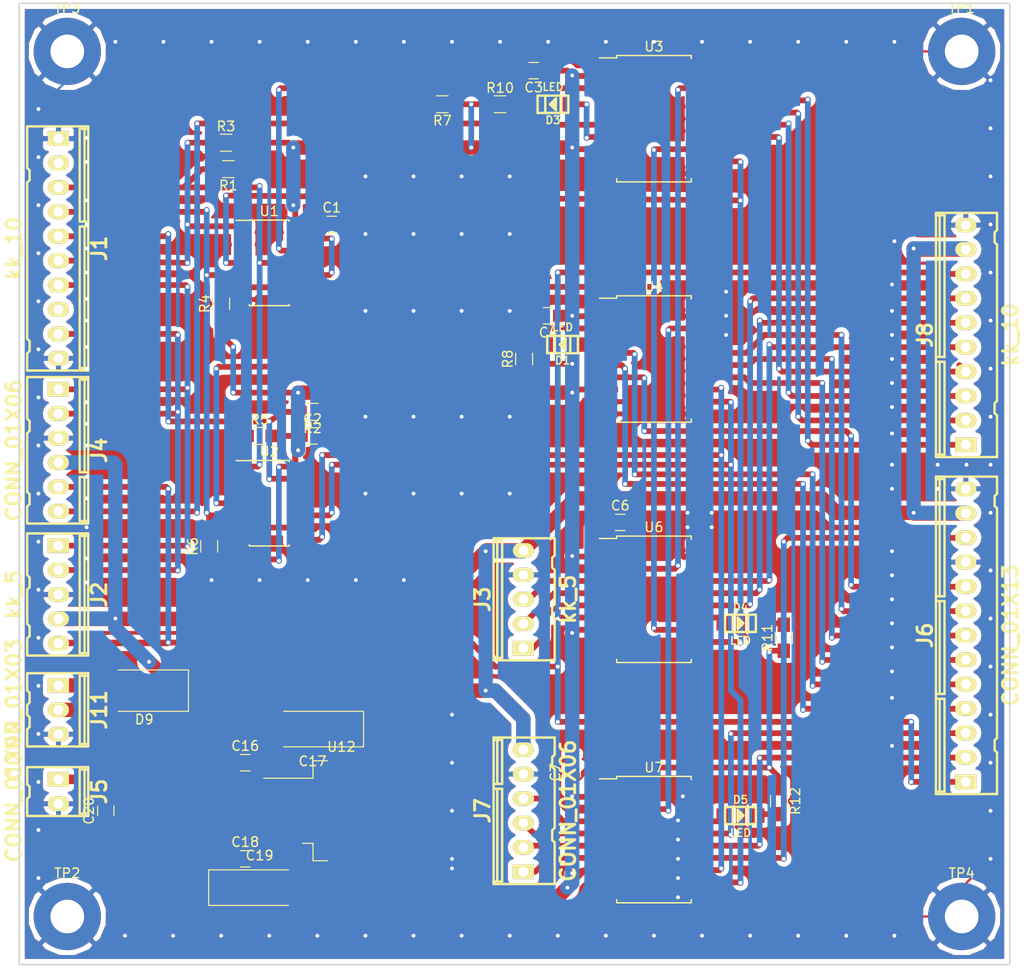
<source format=kicad_pcb>
(kicad_pcb (version 4) (host pcbnew 4.0.6)
  (layers (0 F.Cu signal) (31 B.Cu signal) (34 B.Paste user) (35 F.Paste user) (36 B.SilkS user) (37 F.SilkS user) (38 B.Mask user) (39 F.Mask user) (44 Edge.Cuts user))
  (net 0 "")
  (net 1 +5V)
  (net 2 GND)
  (net 3 "Net-(D1-Pad1)")
  (net 4 "Net-(D1-Pad2)")
  (net 5 "Net-(D3-Pad1)")
  (net 6 "Net-(D3-Pad2)")
  (net 7 "Net-(D4-Pad1)")
  (net 8 "Net-(D4-Pad2)")
  (net 9 "Net-(D5-Pad1)")
  (net 10 "Net-(D5-Pad2)")
  (net 11 "Net-(J1-Pad9)")
  (net 12 "Net-(J1-Pad7)")
  (net 13 SPI_RX_Load)
  (net 14 SPI_SPL_CLK)
  (net 15 SPI_SPL_Data)
  (net 16 "Net-(J1-Pad6)")
  (net 17 TX_RX_RLY)
  (net 18 +12V)
  (net 19 "Net-(J4-Pad6)")
  (net 20 17/15m)
  (net 21 30/20m)
  (net 22 40m)
  (net 23 12/10m)
  (net 24 160m)
  (net 25 80m)
  (net 26 HPF_ByPass)
  (net 27 1.5HPF)
  (net 28 6.5HPF)
  (net 29 9.5HPF)
  (net 30 6mLNA)
  (net 31 20HPF)
  (net 32 13HPF)
  (net 33 "Net-(U1-Pad2)")
  (net 34 "Net-(U1-Pad4)")
  (net 35 "Net-(U1-Pad6)")
  (net 36 "Net-(U1-Pad8)")
  (net 37 "Net-(U1-Pad10)")
  (net 38 "Net-(U1-Pad12)")
  (net 39 "Net-(U2-Pad2)")
  (net 40 "Net-(U2-Pad4)")
  (net 41 "Net-(U2-Pad6)")
  (net 42 "Net-(U2-Pad8)")
  (net 43 "Net-(U2-Pad10)")
  (net 44 "Net-(U2-Pad11)")
  (net 45 "Net-(U3-Pad18)")
  (net 46 "Net-(U4-Pad18)")
  (net 47 "Net-(D9-Pad2)")
  (net 48 RX_BYPASS_OUT)
  (net 49 Xvtr_IN)
  (net 50 RX3_IN)
  (net 51 RX2_IN)
  (net 52 Att2)
  (net 53 Att1)
  (net 54 Ant_1)
  (net 55 Ant_3)
  (net 56 Ant_2)
  (net 57 6m_Bypass)
  (module Capacitors_SMD:C_0805_HandSoldering (layer F.Cu) (at 46.5 51)
    (fp_text reference C1 (at 0 -1.75) (layer F.SilkS))
    (fp_text value 100n)
    (pad 1 smd rect (at -1.25 0) (size 1.5 1.25) (layers F.Cu F.Paste F.Mask) (net 1 +5V))
    (pad 2 smd rect (at 1.25 0) (size 1.5 1.25) (layers F.Cu F.Paste F.Mask) (net 2 GND))
  )
  (module Capacitors_SMD:C_0805_HandSoldering (layer F.Cu) (at 44.5 73)
    (fp_text reference C2 (at 0 -1.75) (layer F.SilkS))
    (fp_text value 100n)
    (pad 1 smd rect (at -1.25 0) (size 1.5 1.25) (layers F.Cu F.Paste F.Mask) (net 1 +5V))
    (pad 2 smd rect (at 1.25 0) (size 1.5 1.25) (layers F.Cu F.Paste F.Mask) (net 2 GND))
  )
  (module Capacitors_SMD:C_0805_HandSoldering (layer F.Cu) (at 67.5 35 180)
    (fp_text reference C3 (at 0 -1.75 180) (layer F.SilkS))
    (fp_text value 100n)
    (pad 1 smd rect (at -1.25 0 180) (size 1.5 1.25) (layers F.Cu F.Paste F.Mask) (net 1 +5V))
    (pad 2 smd rect (at 1.25 0 180) (size 1.5 1.25) (layers F.Cu F.Paste F.Mask) (net 2 GND))
  )
  (module Capacitors_SMD:C_0805_HandSoldering (layer F.Cu) (at 69 60.5 180)
    (fp_text reference C4 (at 0 -1.75 180) (layer F.SilkS))
    (fp_text value 100n)
    (pad 1 smd rect (at -1.25 0 180) (size 1.5 1.25) (layers F.Cu F.Paste F.Mask) (net 1 +5V))
    (pad 2 smd rect (at 1.25 0 180) (size 1.5 1.25) (layers F.Cu F.Paste F.Mask) (net 2 GND))
  )
  (module Capacitors_SMD:C_0805_HandSoldering (layer F.Cu) (at 76.5 82)
    (fp_text reference C6 (at 0 -1.75) (layer F.SilkS))
    (fp_text value 100n)
    (pad 1 smd rect (at -1.25 0) (size 1.5 1.25) (layers F.Cu F.Paste F.Mask) (net 1 +5V))
    (pad 2 smd rect (at 1.25 0) (size 1.5 1.25) (layers F.Cu F.Paste F.Mask) (net 2 GND))
  )
  (module Capacitors_SMD:C_0805_HandSoldering (layer F.Cu) (at 71.5 108 90)
    (fp_text reference C7 (at 0 -1.75 90) (layer F.SilkS))
    (fp_text value 100n)
    (pad 1 smd rect (at -1.25 0 90) (size 1.5 1.25) (layers F.Cu F.Paste F.Mask) (net 1 +5V))
    (pad 2 smd rect (at 1.25 0 90) (size 1.5 1.25) (layers F.Cu F.Paste F.Mask) (net 2 GND))
  )
  (module Capacitors_SMD:C_0805_HandSoldering (layer F.Cu) (at 37.5 107)
    (fp_text reference C16 (at 0 -1.75) (layer F.SilkS))
    (fp_text value 100n)
    (pad 1 smd rect (at -1.25 0) (size 1.5 1.25) (layers F.Cu F.Paste F.Mask) (net 2 GND))
    (pad 2 smd rect (at 1.25 0) (size 1.5 1.25) (layers F.Cu F.Paste F.Mask) (net 18 +12V))
  )
  (module Capacitors_Tantalum_SMD:CP_Tantalum_Case-C_EIA-6032-28_Hand (layer F.Cu) (at 44.5 103.5 180)
    (fp_text reference C17 (at 0 -3.35 180) (layer F.SilkS))
    (fp_text value 10u)
    (pad 1 smd rect (at -3.125 0 180) (size 3.75 2.5) (layers F.Cu F.Paste F.Mask) (net 2 GND))
    (pad 2 smd rect (at 3.125 0 180) (size 3.75 2.5) (layers F.Cu F.Paste F.Mask) (net 18 +12V))
  )
  (module Capacitors_SMD:C_0805_HandSoldering (layer F.Cu) (at 37.5 117)
    (fp_text reference C18 (at 0 -1.75) (layer F.SilkS))
    (fp_text value 100n)
    (pad 1 smd rect (at -1.25 0) (size 1.5 1.25) (layers F.Cu F.Paste F.Mask) (net 2 GND))
    (pad 2 smd rect (at 1.25 0) (size 1.5 1.25) (layers F.Cu F.Paste F.Mask) (net 1 +5V))
  )
  (module Capacitors_Tantalum_SMD:CP_Tantalum_Case-C_EIA-6032-28_Hand (layer F.Cu) (at 39 120)
    (fp_text reference C19 (at 0 -3.35) (layer F.SilkS))
    (fp_text value 10u)
    (pad 1 smd rect (at -3.125 0) (size 3.75 2.5) (layers F.Cu F.Paste F.Mask) (net 2 GND))
    (pad 2 smd rect (at 3.125 0) (size 3.75 2.5) (layers F.Cu F.Paste F.Mask) (net 1 +5V))
  )
  (module Capacitors_SMD:C_0805_HandSoldering (layer F.Cu) (at 23 112 90)
    (fp_text reference C20 (at 0 -1.75 90) (layer F.SilkS))
    (fp_text value 100n)
    (pad 1 smd rect (at -1.25 0 90) (size 1.5 1.25) (layers F.Cu F.Paste F.Mask) (net 2 GND))
    (pad 2 smd rect (at 1.25 0 90) (size 1.5 1.25) (layers F.Cu F.Paste F.Mask) (net 1 +5V))
  )
  (module smd_leds:Led_1206 (layer F.Cu) (at 70.5 63.5 180)
    (fp_text reference D1 (at 0 -1.651 180) (layer F.SilkS) (effects (font (size 0.8001 0.8001) (thickness 0.14986))))
    (fp_text value LED (at 0 1.80086 180) (layer F.SilkS) (effects (font (size 0.8001 0.8001) (thickness 0.14986))))
    (pad 1 smd rect (at -1.74752 0 180) (size 1.4986 1.4986) (layers F.Cu F.Paste F.Mask) (net 3 "Net-(D1-Pad1)"))
    (pad 2 smd rect (at 1.74752 0 180) (size 1.4986 1.4986) (layers F.Cu F.Paste F.Mask) (net 4 "Net-(D1-Pad2)"))
  )
  (module smd_leds:Led_1206 (layer F.Cu) (at 69.5 38.5 180)
    (fp_text reference D3 (at 0 -1.651 180) (layer F.SilkS) (effects (font (size 0.8001 0.8001) (thickness 0.14986))))
    (fp_text value LED (at 0 1.80086 180) (layer F.SilkS) (effects (font (size 0.8001 0.8001) (thickness 0.14986))))
    (pad 1 smd rect (at -1.74752 0 180) (size 1.4986 1.4986) (layers F.Cu F.Paste F.Mask) (net 5 "Net-(D3-Pad1)"))
    (pad 2 smd rect (at 1.74752 0 180) (size 1.4986 1.4986) (layers F.Cu F.Paste F.Mask) (net 6 "Net-(D3-Pad2)"))
  )
  (module smd_leds:Led_1206 (layer F.Cu) (at 89 92.5)
    (fp_text reference D4 (at 0 -1.651) (layer F.SilkS) (effects (font (size 0.8001 0.8001) (thickness 0.14986))))
    (fp_text value LED (at 0 1.80086) (layer F.SilkS) (effects (font (size 0.8001 0.8001) (thickness 0.14986))))
    (pad 1 smd rect (at -1.74752 0) (size 1.4986 1.4986) (layers F.Cu F.Paste F.Mask) (net 7 "Net-(D4-Pad1)"))
    (pad 2 smd rect (at 1.74752 0) (size 1.4986 1.4986) (layers F.Cu F.Paste F.Mask) (net 8 "Net-(D4-Pad2)"))
  )
  (module smd_leds:Led_1206 (layer F.Cu) (at 89 112.5)
    (fp_text reference D5 (at 0 -1.651) (layer F.SilkS) (effects (font (size 0.8001 0.8001) (thickness 0.14986))))
    (fp_text value LED (at 0 1.80086) (layer F.SilkS) (effects (font (size 0.8001 0.8001) (thickness 0.14986))))
    (pad 1 smd rect (at -1.74752 0) (size 1.4986 1.4986) (layers F.Cu F.Paste F.Mask) (net 9 "Net-(D5-Pad1)"))
    (pad 2 smd rect (at 1.74752 0) (size 1.4986 1.4986) (layers F.Cu F.Paste F.Mask) (net 10 "Net-(D5-Pad2)"))
  )
  (module Diodes_SMD:D_SMB_Handsoldering (layer F.Cu) (at 27 99.5 180)
    (fp_text reference D9 (at 0 -3 180) (layer F.SilkS))
    (fp_text value D)
    (pad 1 smd rect (at -2.7 0 180) (size 3.5 2.3) (layers F.Cu F.Paste F.Mask) (net 18 +12V))
    (pad 2 smd rect (at 2.7 0 180) (size 3.5 2.3) (layers F.Cu F.Paste F.Mask) (net 47 "Net-(D9-Pad2)"))
  )
  (module conn_kk100:kk100_22-23-2101 (layer F.Cu) (at 18 53.5 270)
    (fp_text reference J1 (at 0 -4.318 270) (layer F.SilkS) (effects (font (thickness 0.3048))))
    (fp_text value kk_10 (at 0 4.56946 270) (layer F.SilkS) (effects (font (thickness 0.3048))))
    (pad 9 thru_hole oval (at 8.89 -0.0762 270) (size 1.524 2.1971) (drill 1.016) (layers *.Cu *.Mask F.SilkS) (net 11 "Net-(J1-Pad9)"))
    (pad 8 thru_hole oval (at 6.35 -0.0762 270) (size 1.524 2.1971) (drill 1.016) (layers *.Cu *.Mask F.SilkS))
    (pad 7 thru_hole oval (at 3.81 -0.0762 270) (size 1.524 2.1971) (drill 1.016) (layers *.Cu *.Mask F.SilkS) (net 12 "Net-(J1-Pad7)"))
    (pad 5 thru_hole oval (at -1.27 -0.0762 270) (size 1.524 2.1971) (drill 1.016) (layers *.Cu *.Mask F.SilkS) (net 13 SPI_RX_Load))
    (pad 4 thru_hole oval (at -3.81 -0.0762 270) (size 1.524 2.1971) (drill 1.016) (layers *.Cu *.Mask F.SilkS) (net 14 SPI_SPL_CLK))
    (pad 3 thru_hole oval (at -6.35 -0.0762 270) (size 1.524 2.1971) (drill 1.016) (layers *.Cu *.Mask F.SilkS) (net 15 SPI_SPL_Data))
    (pad 10 thru_hole oval (at 11.43 -0.0762 270) (size 1.524 2.1971) (drill 1.016) (layers *.Cu *.Mask F.SilkS) (net 2 GND))
    (pad 6 thru_hole oval (at 1.27 -0.0762 270) (size 1.524 2.1971) (drill 1.016) (layers *.Cu *.Mask F.SilkS) (net 16 "Net-(J1-Pad6)"))
    (pad 1 thru_hole rect (at -11.43 -0.0762 270) (size 1.524 2.1971) (drill 1.016) (layers *.Cu *.Mask F.SilkS) (net 2 GND))
    (pad 2 thru_hole oval (at -8.89 -0.0762 270) (size 1.524 2.1971) (drill 1.016) (layers *.Cu *.Mask F.SilkS))
  )
  (module conn_kk100:kk100_22-23-2051 (layer F.Cu) (at 18 89.5 270)
    (fp_text reference J2 (at 0 -4.318 270) (layer F.SilkS) (effects (font (thickness 0.3048))))
    (fp_text value kk_5 (at 0 4.56946 270) (layer F.SilkS) (effects (font (thickness 0.3048))))
    (pad 3 thru_hole oval (at 0 -0.0762 270) (size 1.524 2.1971) (drill 1.016) (layers *.Cu *.Mask F.SilkS) (net 2 GND))
    (pad 5 thru_hole oval (at 5.08 -0.0762 270) (size 1.524 2.1971) (drill 1.016) (layers *.Cu *.Mask F.SilkS) (net 17 TX_RX_RLY))
    (pad 4 thru_hole oval (at 2.54 -0.0762 270) (size 1.524 2.1971) (drill 1.016) (layers *.Cu *.Mask F.SilkS) (net 18 +12V))
    (pad 1 thru_hole rect (at -5.08 -0.0762 270) (size 1.524 2.1971) (drill 1.016) (layers *.Cu *.Mask F.SilkS) (net 12 "Net-(J1-Pad7)"))
    (pad 2 thru_hole oval (at -2.54 -0.0762 270) (size 1.524 2.1971) (drill 1.016) (layers *.Cu *.Mask F.SilkS) (net 11 "Net-(J1-Pad9)"))
  )
  (module conn_kk100:kk100_22-23-2061 (layer F.Cu) (at 18 74.5 270)
    (fp_text reference J4 (at 0 -4.318 270) (layer F.SilkS) (effects (font (thickness 0.3048))))
    (fp_text value CONN_01X06 (at 0 4.56946 270) (layer F.SilkS) (effects (font (thickness 0.3048))))
    (pad 4 thru_hole oval (at 1.27 -0.0762 270) (size 1.524 2.1971) (drill 1.016) (layers *.Cu *.Mask F.SilkS) (net 18 +12V))
    (pad 3 thru_hole oval (at -1.27 -0.0762 270) (size 1.524 2.1971) (drill 1.016) (layers *.Cu *.Mask F.SilkS) (net 2 GND))
    (pad 6 thru_hole oval (at 6.35 -0.0762 270) (size 1.524 2.1971) (drill 1.016) (layers *.Cu *.Mask F.SilkS) (net 19 "Net-(J4-Pad6)"))
    (pad 5 thru_hole oval (at 3.81 -0.0762 270) (size 1.524 2.1971) (drill 1.016) (layers *.Cu *.Mask F.SilkS) (net 17 TX_RX_RLY))
    (pad 1 thru_hole rect (at -6.35 -0.0762 270) (size 1.524 2.1971) (drill 1.016) (layers *.Cu *.Mask F.SilkS) (net 12 "Net-(J1-Pad7)"))
    (pad 2 thru_hole oval (at -3.81 -0.0762 270) (size 1.524 2.1971) (drill 1.016) (layers *.Cu *.Mask F.SilkS) (net 11 "Net-(J1-Pad9)"))
  )
  (module conn_kk100:kk100_22-23-2021 (layer F.Cu) (at 18 110 270)
    (fp_text reference J5 (at 0 -4.318 270) (layer F.SilkS) (effects (font (thickness 0.3048))))
    (fp_text value CONN_01X02 (at 0 4.572 270) (layer F.SilkS) (effects (font (thickness 0.3048))))
    (pad 1 thru_hole rect (at -1.27 -0.0762 270) (size 1.524 2.1971) (drill 1.016) (layers *.Cu *.Mask F.SilkS) (net 1 +5V))
    (pad 2 thru_hole oval (at 1.27 -0.0762 270) (size 1.524 2.1971) (drill 1.016) (layers *.Cu *.Mask F.SilkS) (net 2 GND))
  )
  (module conn_kk100:kk100_22-23-2101 (layer F.Cu) (at 112.5 62.5 90)
    (fp_text reference J8 (at 0 -4.318 90) (layer F.SilkS) (effects (font (thickness 0.3048))))
    (fp_text value kk_10 (at 0 4.56946 90) (layer F.SilkS) (effects (font (thickness 0.3048))))
    (pad 9 thru_hole oval (at 8.89 -0.0762 90) (size 1.524 2.1971) (drill 1.016) (layers *.Cu *.Mask F.SilkS) (net 18 +12V))
    (pad 8 thru_hole oval (at 6.35 -0.0762 90) (size 1.524 2.1971) (drill 1.016) (layers *.Cu *.Mask F.SilkS) (net 17 TX_RX_RLY))
    (pad 7 thru_hole oval (at 3.81 -0.0762 90) (size 1.524 2.1971) (drill 1.016) (layers *.Cu *.Mask F.SilkS) (net 57 6m_Bypass))
    (pad 5 thru_hole oval (at -1.27 -0.0762 90) (size 1.524 2.1971) (drill 1.016) (layers *.Cu *.Mask F.SilkS) (net 20 17/15m))
    (pad 4 thru_hole oval (at -3.81 -0.0762 90) (size 1.524 2.1971) (drill 1.016) (layers *.Cu *.Mask F.SilkS) (net 21 30/20m))
    (pad 3 thru_hole oval (at -6.35 -0.0762 90) (size 1.524 2.1971) (drill 1.016) (layers *.Cu *.Mask F.SilkS) (net 22 40m))
    (pad 10 thru_hole oval (at 11.43 -0.0762 90) (size 1.524 2.1971) (drill 1.016) (layers *.Cu *.Mask F.SilkS) (net 2 GND))
    (pad 6 thru_hole oval (at 1.27 -0.0762 90) (size 1.524 2.1971) (drill 1.016) (layers *.Cu *.Mask F.SilkS) (net 23 12/10m))
    (pad 1 thru_hole rect (at -11.43 -0.0762 90) (size 1.524 2.1971) (drill 1.016) (layers *.Cu *.Mask F.SilkS) (net 24 160m))
    (pad 2 thru_hole oval (at -8.89 -0.0762 90) (size 1.524 2.1971) (drill 1.016) (layers *.Cu *.Mask F.SilkS) (net 25 80m))
  )
  (module conn_kk100:kk100_22-23-2031 (layer F.Cu) (at 18 101.5 270)
    (fp_text reference J11 (at 0 -4.318 270) (layer F.SilkS) (effects (font (thickness 0.3048))))
    (fp_text value CONN_01X03 (at 0 4.56946 270) (layer F.SilkS) (effects (font (thickness 0.3048))))
    (pad 3 thru_hole oval (at 2.54 -0.0762 270) (size 1.524 2.1971) (drill 1.016) (layers *.Cu *.Mask F.SilkS) (net 2 GND))
    (pad 1 thru_hole rect (at -2.54 -0.0762 270) (size 1.524 2.1971) (drill 1.016) (layers *.Cu *.Mask F.SilkS) (net 47 "Net-(D9-Pad2)"))
    (pad 2 thru_hole oval (at 0 -0.0762 270) (size 1.524 2.1971) (drill 1.016) (layers *.Cu *.Mask F.SilkS) (net 47 "Net-(D9-Pad2)"))
  )
  (module Resistors_SMD:R_0805_HandSoldering (layer F.Cu) (at 35.75 45.25 180)
    (fp_text reference R1 (at 0 -1.7 180) (layer F.SilkS))
    (fp_text value 10k)
    (pad 1 smd rect (at -1.35 0 180) (size 1.5 1.3) (layers F.Cu F.Paste F.Mask) (net 1 +5V))
    (pad 2 smd rect (at 1.35 0 180) (size 1.5 1.3) (layers F.Cu F.Paste F.Mask) (net 15 SPI_SPL_Data))
  )
  (module Resistors_SMD:R_0805_HandSoldering (layer F.Cu) (at 44.5 70.5 180)
    (fp_text reference R2 (at 0 -1.7 180) (layer F.SilkS))
    (fp_text value 10k)
    (pad 1 smd rect (at -1.35 0 180) (size 1.5 1.3) (layers F.Cu F.Paste F.Mask) (net 1 +5V))
    (pad 2 smd rect (at 1.35 0 180) (size 1.5 1.3) (layers F.Cu F.Paste F.Mask) (net 13 SPI_RX_Load))
  )
  (module Resistors_SMD:R_0805_HandSoldering (layer F.Cu) (at 35.5 42.5)
    (fp_text reference R3 (at 0 -1.7) (layer F.SilkS))
    (fp_text value 10k)
    (pad 1 smd rect (at -1.35 0) (size 1.5 1.3) (layers F.Cu F.Paste F.Mask) (net 16 "Net-(J1-Pad6)"))
    (pad 2 smd rect (at 1.35 0) (size 1.5 1.3) (layers F.Cu F.Paste F.Mask) (net 1 +5V))
  )
  (module Resistors_SMD:R_0805_HandSoldering (layer F.Cu) (at 35 59.25 90)
    (fp_text reference R4 (at 0 -1.7 90) (layer F.SilkS))
    (fp_text value 10k)
    (pad 1 smd rect (at -1.35 0 90) (size 1.5 1.3) (layers F.Cu F.Paste F.Mask) (net 1 +5V))
    (pad 2 smd rect (at 1.35 0 90) (size 1.5 1.3) (layers F.Cu F.Paste F.Mask) (net 14 SPI_SPL_CLK))
  )
  (module Resistors_SMD:R_0805_HandSoldering (layer F.Cu) (at 39 73)
    (fp_text reference R5 (at 0 -1.7) (layer F.SilkS))
    (fp_text value 10k)
    (pad 1 smd rect (at -1.35 0) (size 1.5 1.3) (layers F.Cu F.Paste F.Mask) (net 15 SPI_SPL_Data))
    (pad 2 smd rect (at 1.35 0) (size 1.5 1.3) (layers F.Cu F.Paste F.Mask) (net 1 +5V))
  )
  (module Resistors_SMD:R_0805_HandSoldering (layer F.Cu) (at 33.75 84.5 90)
    (fp_text reference R6 (at 0 -1.7 90) (layer F.SilkS))
    (fp_text value 10k)
    (pad 1 smd rect (at -1.35 0 90) (size 1.5 1.3) (layers F.Cu F.Paste F.Mask) (net 1 +5V))
    (pad 2 smd rect (at 1.35 0 90) (size 1.5 1.3) (layers F.Cu F.Paste F.Mask) (net 14 SPI_SPL_CLK))
  )
  (module Resistors_SMD:R_0805_HandSoldering (layer F.Cu) (at 58 38.5 180)
    (fp_text reference R7 (at 0 -1.7 180) (layer F.SilkS))
    (fp_text value 4k7)
    (pad 1 smd rect (at -1.35 0 180) (size 1.5 1.3) (layers F.Cu F.Paste F.Mask) (net 1 +5V))
    (pad 2 smd rect (at 1.35 0 180) (size 1.5 1.3) (layers F.Cu F.Paste F.Mask) (net 19 "Net-(J4-Pad6)"))
  )
  (module Resistors_SMD:R_0805_HandSoldering (layer F.Cu) (at 66.5 65 90)
    (fp_text reference R8 (at 0 -1.7 90) (layer F.SilkS))
    (fp_text value 1k2)
    (pad 1 smd rect (at -1.35 0 90) (size 1.5 1.3) (layers F.Cu F.Paste F.Mask) (net 1 +5V))
    (pad 2 smd rect (at 1.35 0 90) (size 1.5 1.3) (layers F.Cu F.Paste F.Mask) (net 4 "Net-(D1-Pad2)"))
  )
  (module Resistors_SMD:R_0805_HandSoldering (layer F.Cu) (at 64 38.5)
    (fp_text reference R10 (at 0 -1.7) (layer F.SilkS))
    (fp_text value 1k2)
    (pad 1 smd rect (at -1.35 0) (size 1.5 1.3) (layers F.Cu F.Paste F.Mask) (net 1 +5V))
    (pad 2 smd rect (at 1.35 0) (size 1.5 1.3) (layers F.Cu F.Paste F.Mask) (net 6 "Net-(D3-Pad2)"))
  )
  (module Resistors_SMD:R_0805_HandSoldering (layer F.Cu) (at 93.5 94 90)
    (fp_text reference R11 (at 0 -1.7 90) (layer F.SilkS))
    (fp_text value 1k2)
    (pad 1 smd rect (at -1.35 0 90) (size 1.5 1.3) (layers F.Cu F.Paste F.Mask) (net 1 +5V))
    (pad 2 smd rect (at 1.35 0 90) (size 1.5 1.3) (layers F.Cu F.Paste F.Mask) (net 8 "Net-(D4-Pad2)"))
  )
  (module Resistors_SMD:R_0805_HandSoldering (layer F.Cu) (at 93 111 270)
    (fp_text reference R12 (at 0 -1.7 270) (layer F.SilkS))
    (fp_text value 1k2)
    (pad 1 smd rect (at -1.35 0 270) (size 1.5 1.3) (layers F.Cu F.Paste F.Mask) (net 1 +5V))
    (pad 2 smd rect (at 1.35 0 270) (size 1.5 1.3) (layers F.Cu F.Paste F.Mask) (net 10 "Net-(D5-Pad2)"))
  )
  (module Mounting_Holes:MountingHole_3.5mm_Pad (layer F.Cu) (at 112 33)
    (fp_text reference TP1 (at 0 -4.5) (layer F.SilkS))
    (fp_text value TEST)
    (pad 1 thru_hole circle (at 0 0) (size 7 7) (drill 3.5) (layers *.Cu *.Mask) (net 2 GND))
  )
  (module Mounting_Holes:MountingHole_3.5mm_Pad (layer F.Cu) (at 19 123)
    (fp_text reference TP2 (at 0 -4.5) (layer F.SilkS))
    (fp_text value TEST)
    (pad 1 thru_hole circle (at 0 0) (size 7 7) (drill 3.5) (layers *.Cu *.Mask) (net 2 GND))
  )
  (module Mounting_Holes:MountingHole_3.5mm_Pad (layer F.Cu) (at 19 33)
    (fp_text reference TP3 (at 0 -4.5) (layer F.SilkS))
    (fp_text value TEST)
    (pad 1 thru_hole circle (at 0 0) (size 7 7) (drill 3.5) (layers *.Cu *.Mask) (net 2 GND))
  )
  (module Mounting_Holes:MountingHole_3.5mm_Pad (layer F.Cu) (at 112 123)
    (fp_text reference TP4 (at 0 -4.5) (layer F.SilkS))
    (fp_text value TEST)
    (pad 1 thru_hole circle (at 0 0) (size 7 7) (drill 3.5) (layers *.Cu *.Mask) (net 2 GND))
  )
  (module Housings_SOIC:SOIC-14_3.9x8.7mm_Pitch1.27mm (layer F.Cu) (at 40 55)
    (fp_text reference U1 (at 0 -5.375) (layer F.SilkS))
    (fp_text value 74HCT04)
    (pad 1 smd rect (at -2.7 -3.81) (size 1.5 0.6) (layers F.Cu F.Paste F.Mask) (net 16 "Net-(J1-Pad6)"))
    (pad 2 smd rect (at -2.7 -2.54) (size 1.5 0.6) (layers F.Cu F.Paste F.Mask) (net 33 "Net-(U1-Pad2)"))
    (pad 3 smd rect (at -2.7 -1.27) (size 1.5 0.6) (layers F.Cu F.Paste F.Mask) (net 33 "Net-(U1-Pad2)"))
    (pad 4 smd rect (at -2.7 0) (size 1.5 0.6) (layers F.Cu F.Paste F.Mask) (net 34 "Net-(U1-Pad4)"))
    (pad 5 smd rect (at -2.7 1.27) (size 1.5 0.6) (layers F.Cu F.Paste F.Mask) (net 14 SPI_SPL_CLK))
    (pad 6 smd rect (at -2.7 2.54) (size 1.5 0.6) (layers F.Cu F.Paste F.Mask) (net 35 "Net-(U1-Pad6)"))
    (pad 7 smd rect (at -2.7 3.81) (size 1.5 0.6) (layers F.Cu F.Paste F.Mask) (net 2 GND))
    (pad 8 smd rect (at 2.7 3.81) (size 1.5 0.6) (layers F.Cu F.Paste F.Mask) (net 36 "Net-(U1-Pad8)"))
    (pad 9 smd rect (at 2.7 2.54) (size 1.5 0.6) (layers F.Cu F.Paste F.Mask) (net 35 "Net-(U1-Pad6)"))
    (pad 10 smd rect (at 2.7 1.27) (size 1.5 0.6) (layers F.Cu F.Paste F.Mask) (net 37 "Net-(U1-Pad10)"))
    (pad 11 smd rect (at 2.7 0) (size 1.5 0.6) (layers F.Cu F.Paste F.Mask) (net 15 SPI_SPL_Data))
    (pad 12 smd rect (at 2.7 -1.27) (size 1.5 0.6) (layers F.Cu F.Paste F.Mask) (net 38 "Net-(U1-Pad12)"))
    (pad 13 smd rect (at 2.7 -2.54) (size 1.5 0.6) (layers F.Cu F.Paste F.Mask) (net 37 "Net-(U1-Pad10)"))
    (pad 14 smd rect (at 2.7 -3.81) (size 1.5 0.6) (layers F.Cu F.Paste F.Mask) (net 1 +5V))
  )
  (module Housings_SOIC:SOIC-14_3.9x8.7mm_Pitch1.27mm (layer F.Cu) (at 40 80)
    (fp_text reference U2 (at 0 -5.375) (layer F.SilkS))
    (fp_text value 74HCT04)
    (pad 1 smd rect (at -2.7 -3.81) (size 1.5 0.6) (layers F.Cu F.Paste F.Mask) (net 15 SPI_SPL_Data))
    (pad 2 smd rect (at -2.7 -2.54) (size 1.5 0.6) (layers F.Cu F.Paste F.Mask) (net 39 "Net-(U2-Pad2)"))
    (pad 3 smd rect (at -2.7 -1.27) (size 1.5 0.6) (layers F.Cu F.Paste F.Mask) (net 39 "Net-(U2-Pad2)"))
    (pad 4 smd rect (at -2.7 0) (size 1.5 0.6) (layers F.Cu F.Paste F.Mask) (net 40 "Net-(U2-Pad4)"))
    (pad 5 smd rect (at -2.7 1.27) (size 1.5 0.6) (layers F.Cu F.Paste F.Mask) (net 14 SPI_SPL_CLK))
    (pad 6 smd rect (at -2.7 2.54) (size 1.5 0.6) (layers F.Cu F.Paste F.Mask) (net 41 "Net-(U2-Pad6)"))
    (pad 7 smd rect (at -2.7 3.81) (size 1.5 0.6) (layers F.Cu F.Paste F.Mask) (net 2 GND))
    (pad 8 smd rect (at 2.7 3.81) (size 1.5 0.6) (layers F.Cu F.Paste F.Mask) (net 42 "Net-(U2-Pad8)"))
    (pad 9 smd rect (at 2.7 2.54) (size 1.5 0.6) (layers F.Cu F.Paste F.Mask) (net 41 "Net-(U2-Pad6)"))
    (pad 10 smd rect (at 2.7 1.27) (size 1.5 0.6) (layers F.Cu F.Paste F.Mask) (net 43 "Net-(U2-Pad10)"))
    (pad 11 smd rect (at 2.7 0) (size 1.5 0.6) (layers F.Cu F.Paste F.Mask) (net 44 "Net-(U2-Pad11)"))
    (pad 12 smd rect (at 2.7 -1.27) (size 1.5 0.6) (layers F.Cu F.Paste F.Mask) (net 44 "Net-(U2-Pad11)"))
    (pad 13 smd rect (at 2.7 -2.54) (size 1.5 0.6) (layers F.Cu F.Paste F.Mask) (net 13 SPI_RX_Load))
    (pad 14 smd rect (at 2.7 -3.81) (size 1.5 0.6) (layers F.Cu F.Paste F.Mask) (net 1 +5V))
  )
  (module Housings_SOIC:SOIC-20W_7.5x12.8mm_Pitch1.27mm (layer F.Cu) (at 80 40)
    (fp_text reference U3 (at 0 -7.5) (layer F.SilkS))
    (fp_text value TPIC6B595)
    (pad 1 smd rect (at -4.7 -5.715) (size 1.95 0.6) (layers F.Cu F.Paste F.Mask))
    (pad 2 smd rect (at -4.7 -4.445) (size 1.95 0.6) (layers F.Cu F.Paste F.Mask) (net 1 +5V))
    (pad 3 smd rect (at -4.7 -3.175) (size 1.95 0.6) (layers F.Cu F.Paste F.Mask) (net 38 "Net-(U1-Pad12)"))
    (pad 4 smd rect (at -4.7 -1.905) (size 1.95 0.6) (layers F.Cu F.Paste F.Mask))
    (pad 5 smd rect (at -4.7 -0.635) (size 1.95 0.6) (layers F.Cu F.Paste F.Mask))
    (pad 6 smd rect (at -4.7 0.635) (size 1.95 0.6) (layers F.Cu F.Paste F.Mask) (net 19 "Net-(J4-Pad6)"))
    (pad 7 smd rect (at -4.7 1.905) (size 1.95 0.6) (layers F.Cu F.Paste F.Mask) (net 5 "Net-(D3-Pad1)"))
    (pad 8 smd rect (at -4.7 3.175) (size 1.95 0.6) (layers F.Cu F.Paste F.Mask) (net 1 +5V))
    (pad 9 smd rect (at -4.7 4.445) (size 1.95 0.6) (layers F.Cu F.Paste F.Mask) (net 2 GND))
    (pad 10 smd rect (at -4.7 5.715) (size 1.95 0.6) (layers F.Cu F.Paste F.Mask) (net 2 GND))
    (pad 11 smd rect (at 4.7 5.715) (size 1.95 0.6) (layers F.Cu F.Paste F.Mask) (net 2 GND))
    (pad 12 smd rect (at 4.7 4.445) (size 1.95 0.6) (layers F.Cu F.Paste F.Mask) (net 34 "Net-(U1-Pad4)"))
    (pad 13 smd rect (at 4.7 3.175) (size 1.95 0.6) (layers F.Cu F.Paste F.Mask) (net 36 "Net-(U1-Pad8)"))
    (pad 14 smd rect (at 4.7 1.905) (size 1.95 0.6) (layers F.Cu F.Paste F.Mask) (net 21 30/20m))
    (pad 15 smd rect (at 4.7 0.635) (size 1.95 0.6) (layers F.Cu F.Paste F.Mask) (net 22 40m))
    (pad 16 smd rect (at 4.7 -0.635) (size 1.95 0.6) (layers F.Cu F.Paste F.Mask) (net 25 80m))
    (pad 17 smd rect (at 4.7 -1.905) (size 1.95 0.6) (layers F.Cu F.Paste F.Mask) (net 24 160m))
    (pad 18 smd rect (at 4.7 -3.175) (size 1.95 0.6) (layers F.Cu F.Paste F.Mask) (net 45 "Net-(U3-Pad18)"))
    (pad 19 smd rect (at 4.7 -4.445) (size 1.95 0.6) (layers F.Cu F.Paste F.Mask) (net 2 GND))
    (pad 20 smd rect (at 4.7 -5.715) (size 1.95 0.6) (layers F.Cu F.Paste F.Mask))
  )
  (module Housings_SOIC:SOIC-20W_7.5x12.8mm_Pitch1.27mm (layer F.Cu) (at 80 65)
    (fp_text reference U4 (at 0 -7.5) (layer F.SilkS))
    (fp_text value TPIC6B595)
    (pad 1 smd rect (at -4.7 -5.715) (size 1.95 0.6) (layers F.Cu F.Paste F.Mask))
    (pad 2 smd rect (at -4.7 -4.445) (size 1.95 0.6) (layers F.Cu F.Paste F.Mask) (net 1 +5V))
    (pad 3 smd rect (at -4.7 -3.175) (size 1.95 0.6) (layers F.Cu F.Paste F.Mask) (net 40 "Net-(U2-Pad4)"))
    (pad 4 smd rect (at -4.7 -1.905) (size 1.95 0.6) (layers F.Cu F.Paste F.Mask) (net 3 "Net-(D1-Pad1)"))
    (pad 5 smd rect (at -4.7 -0.635) (size 1.95 0.6) (layers F.Cu F.Paste F.Mask) (net 32 13HPF))
    (pad 6 smd rect (at -4.7 0.635) (size 1.95 0.6) (layers F.Cu F.Paste F.Mask) (net 31 20HPF))
    (pad 7 smd rect (at -4.7 1.905) (size 1.95 0.6) (layers F.Cu F.Paste F.Mask) (net 30 6mLNA))
    (pad 8 smd rect (at -4.7 3.175) (size 1.95 0.6) (layers F.Cu F.Paste F.Mask) (net 1 +5V))
    (pad 9 smd rect (at -4.7 4.445) (size 1.95 0.6) (layers F.Cu F.Paste F.Mask) (net 2 GND))
    (pad 10 smd rect (at -4.7 5.715) (size 1.95 0.6) (layers F.Cu F.Paste F.Mask) (net 2 GND))
    (pad 11 smd rect (at 4.7 5.715) (size 1.95 0.6) (layers F.Cu F.Paste F.Mask) (net 2 GND))
    (pad 12 smd rect (at 4.7 4.445) (size 1.95 0.6) (layers F.Cu F.Paste F.Mask) (net 43 "Net-(U2-Pad10)"))
    (pad 13 smd rect (at 4.7 3.175) (size 1.95 0.6) (layers F.Cu F.Paste F.Mask) (net 42 "Net-(U2-Pad8)"))
    (pad 14 smd rect (at 4.7 1.905) (size 1.95 0.6) (layers F.Cu F.Paste F.Mask) (net 29 9.5HPF))
    (pad 15 smd rect (at 4.7 0.635) (size 1.95 0.6) (layers F.Cu F.Paste F.Mask) (net 28 6.5HPF))
    (pad 16 smd rect (at 4.7 -0.635) (size 1.95 0.6) (layers F.Cu F.Paste F.Mask) (net 27 1.5HPF))
    (pad 17 smd rect (at 4.7 -1.905) (size 1.95 0.6) (layers F.Cu F.Paste F.Mask))
    (pad 18 smd rect (at 4.7 -3.175) (size 1.95 0.6) (layers F.Cu F.Paste F.Mask) (net 46 "Net-(U4-Pad18)"))
    (pad 19 smd rect (at 4.7 -4.445) (size 1.95 0.6) (layers F.Cu F.Paste F.Mask) (net 2 GND))
    (pad 20 smd rect (at 4.7 -5.715) (size 1.95 0.6) (layers F.Cu F.Paste F.Mask))
  )
  (module Housings_SOIC:SOIC-20W_7.5x12.8mm_Pitch1.27mm (layer F.Cu) (at 80 90)
    (fp_text reference U6 (at 0 -7.5) (layer F.SilkS))
    (fp_text value TPIC6B595)
    (pad 1 smd rect (at -4.7 -5.715) (size 1.95 0.6) (layers F.Cu F.Paste F.Mask))
    (pad 2 smd rect (at -4.7 -4.445) (size 1.95 0.6) (layers F.Cu F.Paste F.Mask) (net 1 +5V))
    (pad 3 smd rect (at -4.7 -3.175) (size 1.95 0.6) (layers F.Cu F.Paste F.Mask) (net 45 "Net-(U3-Pad18)"))
    (pad 4 smd rect (at -4.7 -1.905) (size 1.95 0.6) (layers F.Cu F.Paste F.Mask) (net 54 Ant_1))
    (pad 5 smd rect (at -4.7 -0.635) (size 1.95 0.6) (layers F.Cu F.Paste F.Mask) (net 56 Ant_2))
    (pad 6 smd rect (at -4.7 0.635) (size 1.95 0.6) (layers F.Cu F.Paste F.Mask) (net 55 Ant_3))
    (pad 7 smd rect (at -4.7 1.905) (size 1.95 0.6) (layers F.Cu F.Paste F.Mask) (net 17 TX_RX_RLY))
    (pad 8 smd rect (at -4.7 3.175) (size 1.95 0.6) (layers F.Cu F.Paste F.Mask) (net 1 +5V))
    (pad 9 smd rect (at -4.7 4.445) (size 1.95 0.6) (layers F.Cu F.Paste F.Mask) (net 2 GND))
    (pad 10 smd rect (at -4.7 5.715) (size 1.95 0.6) (layers F.Cu F.Paste F.Mask) (net 2 GND))
    (pad 11 smd rect (at 4.7 5.715) (size 1.95 0.6) (layers F.Cu F.Paste F.Mask) (net 2 GND))
    (pad 12 smd rect (at 4.7 4.445) (size 1.95 0.6) (layers F.Cu F.Paste F.Mask) (net 34 "Net-(U1-Pad4)"))
    (pad 13 smd rect (at 4.7 3.175) (size 1.95 0.6) (layers F.Cu F.Paste F.Mask) (net 36 "Net-(U1-Pad8)"))
    (pad 14 smd rect (at 4.7 1.905) (size 1.95 0.6) (layers F.Cu F.Paste F.Mask) (net 7 "Net-(D4-Pad1)"))
    (pad 15 smd rect (at 4.7 0.635) (size 1.95 0.6) (layers F.Cu F.Paste F.Mask) (net 57 6m_Bypass))
    (pad 16 smd rect (at 4.7 -0.635) (size 1.95 0.6) (layers F.Cu F.Paste F.Mask) (net 23 12/10m))
    (pad 17 smd rect (at 4.7 -1.905) (size 1.95 0.6) (layers F.Cu F.Paste F.Mask) (net 20 17/15m))
    (pad 18 smd rect (at 4.7 -3.175) (size 1.95 0.6) (layers F.Cu F.Paste F.Mask))
    (pad 19 smd rect (at 4.7 -4.445) (size 1.95 0.6) (layers F.Cu F.Paste F.Mask) (net 2 GND))
    (pad 20 smd rect (at 4.7 -5.715) (size 1.95 0.6) (layers F.Cu F.Paste F.Mask))
  )
  (module Housings_SOIC:SOIC-20W_7.5x12.8mm_Pitch1.27mm (layer F.Cu) (at 80 115)
    (fp_text reference U7 (at 0 -7.5) (layer F.SilkS))
    (fp_text value TPIC6B595)
    (pad 1 smd rect (at -4.7 -5.715) (size 1.95 0.6) (layers F.Cu F.Paste F.Mask))
    (pad 2 smd rect (at -4.7 -4.445) (size 1.95 0.6) (layers F.Cu F.Paste F.Mask) (net 1 +5V))
    (pad 3 smd rect (at -4.7 -3.175) (size 1.95 0.6) (layers F.Cu F.Paste F.Mask) (net 46 "Net-(U4-Pad18)"))
    (pad 4 smd rect (at -4.7 -1.905) (size 1.95 0.6) (layers F.Cu F.Paste F.Mask) (net 49 Xvtr_IN))
    (pad 5 smd rect (at -4.7 -0.635) (size 1.95 0.6) (layers F.Cu F.Paste F.Mask) (net 51 RX2_IN))
    (pad 6 smd rect (at -4.7 0.635) (size 1.95 0.6) (layers F.Cu F.Paste F.Mask) (net 50 RX3_IN))
    (pad 7 smd rect (at -4.7 1.905) (size 1.95 0.6) (layers F.Cu F.Paste F.Mask) (net 48 RX_BYPASS_OUT))
    (pad 8 smd rect (at -4.7 3.175) (size 1.95 0.6) (layers F.Cu F.Paste F.Mask) (net 1 +5V))
    (pad 9 smd rect (at -4.7 4.445) (size 1.95 0.6) (layers F.Cu F.Paste F.Mask) (net 2 GND))
    (pad 10 smd rect (at -4.7 5.715) (size 1.95 0.6) (layers F.Cu F.Paste F.Mask) (net 2 GND))
    (pad 11 smd rect (at 4.7 5.715) (size 1.95 0.6) (layers F.Cu F.Paste F.Mask) (net 2 GND))
    (pad 12 smd rect (at 4.7 4.445) (size 1.95 0.6) (layers F.Cu F.Paste F.Mask) (net 43 "Net-(U2-Pad10)"))
    (pad 13 smd rect (at 4.7 3.175) (size 1.95 0.6) (layers F.Cu F.Paste F.Mask) (net 42 "Net-(U2-Pad8)"))
    (pad 14 smd rect (at 4.7 1.905) (size 1.95 0.6) (layers F.Cu F.Paste F.Mask) (net 26 HPF_ByPass))
    (pad 15 smd rect (at 4.7 0.635) (size 1.95 0.6) (layers F.Cu F.Paste F.Mask) (net 53 Att1))
    (pad 16 smd rect (at 4.7 -0.635) (size 1.95 0.6) (layers F.Cu F.Paste F.Mask) (net 52 Att2))
    (pad 17 smd rect (at 4.7 -1.905) (size 1.95 0.6) (layers F.Cu F.Paste F.Mask) (net 9 "Net-(D5-Pad1)"))
    (pad 18 smd rect (at 4.7 -3.175) (size 1.95 0.6) (layers F.Cu F.Paste F.Mask))
    (pad 19 smd rect (at 4.7 -4.445) (size 1.95 0.6) (layers F.Cu F.Paste F.Mask) (net 2 GND))
    (pad 20 smd rect (at 4.7 -5.715) (size 1.95 0.6) (layers F.Cu F.Paste F.Mask))
  )
  (module TO_SOT_Packages_SMD:TO-263-3_TabPin4 (layer F.Cu) (at 47.5 112)
    (fp_text reference U12 (at 0 -6.65) (layer F.SilkS))
    (fp_text value LD29150DT50R)
    (pad 1 smd rect (at -5.775 -2.54) (size 4.6 1.1) (layers F.Cu F.Paste F.Mask) (net 18 +12V))
    (pad 2 smd rect (at -5.775 0) (size 4.6 1.1) (layers F.Cu F.Paste F.Mask) (net 2 GND))
    (pad 3 smd rect (at -5.775 2.54) (size 4.6 1.1) (layers F.Cu F.Paste F.Mask) (net 1 +5V))
    (pad 4 smd rect (at 3.375 0) (size 9.4 10.8) (layers F.Cu F.Mask) (net 2 GND))
    (pad 4 smd rect (at 5.8 2.775) (size 4.55 5.25) (layers F.Cu F.Paste) (net 2 GND))
    (pad 4 smd rect (at 0.95 -2.775) (size 4.55 5.25) (layers F.Cu F.Paste) (net 2 GND))
    (pad 4 smd rect (at 5.8 -2.775) (size 4.55 5.25) (layers F.Cu F.Paste) (net 2 GND))
    (pad 4 smd rect (at 0.95 2.775) (size 4.55 5.25) (layers F.Cu F.Paste) (net 2 GND))
  )
  (module conn_kk100:kk100_22-23-2051 (layer F.Cu) (at 66.5 90 90)
    (fp_text reference J3 (at 0 -4.318 90) (layer F.SilkS) (effects (font (thickness 0.3048))))
    (fp_text value kk_5 (at 0 4.56946 90) (layer F.SilkS) (effects (font (thickness 0.3048))))
    (pad 3 thru_hole oval (at 0 -0.0762 90) (size 1.524 2.1971) (drill 1.016) (layers *.Cu *.Mask F.SilkS) (net 54 Ant_1))
    (pad 5 thru_hole oval (at 5.08 -0.0762 90) (size 1.524 2.1971) (drill 1.016) (layers *.Cu *.Mask F.SilkS) (net 18 +12V))
    (pad 4 thru_hole oval (at 2.54 -0.0762 90) (size 1.524 2.1971) (drill 1.016) (layers *.Cu *.Mask F.SilkS) (net 2 GND))
    (pad 1 thru_hole rect (at -5.08 -0.0762 90) (size 1.524 2.1971) (drill 1.016) (layers *.Cu *.Mask F.SilkS) (net 55 Ant_3))
    (pad 2 thru_hole oval (at -2.54 -0.0762 90) (size 1.524 2.1971) (drill 1.016) (layers *.Cu *.Mask F.SilkS) (net 56 Ant_2))
  )
  (module conn_kk100:kk100_22-23-2061 (layer F.Cu) (at 66.5 112 90)
    (fp_text reference J7 (at 0 -4.318 90) (layer F.SilkS) (effects (font (thickness 0.3048))))
    (fp_text value CONN_01X06 (at 0 4.56946 90) (layer F.SilkS) (effects (font (thickness 0.3048))))
    (pad 4 thru_hole oval (at 1.27 -0.0762 90) (size 1.524 2.1971) (drill 1.016) (layers *.Cu *.Mask F.SilkS) (net 49 Xvtr_IN))
    (pad 3 thru_hole oval (at -1.27 -0.0762 90) (size 1.524 2.1971) (drill 1.016) (layers *.Cu *.Mask F.SilkS) (net 51 RX2_IN))
    (pad 6 thru_hole oval (at 6.35 -0.0762 90) (size 1.524 2.1971) (drill 1.016) (layers *.Cu *.Mask F.SilkS) (net 18 +12V))
    (pad 5 thru_hole oval (at 3.81 -0.0762 90) (size 1.524 2.1971) (drill 1.016) (layers *.Cu *.Mask F.SilkS) (net 2 GND))
    (pad 1 thru_hole rect (at -6.35 -0.0762 90) (size 1.524 2.1971) (drill 1.016) (layers *.Cu *.Mask F.SilkS) (net 48 RX_BYPASS_OUT))
    (pad 2 thru_hole oval (at -3.81 -0.0762 90) (size 1.524 2.1971) (drill 1.016) (layers *.Cu *.Mask F.SilkS) (net 50 RX3_IN))
  )
  (module conn_kk100:kk100_22-23-2131 (layer F.Cu) (at 112.5 93.75 90)
    (fp_text reference J6 (at 0 -4.318 90) (layer F.SilkS) (effects (font (thickness 0.3048))))
    (fp_text value CONN_01X13 (at 0 4.56946 90) (layer F.SilkS) (effects (font (thickness 0.3048))))
    (pad 12 thru_hole oval (at 12.7 -0.0762 90) (size 1.524 2.1971) (drill 1.016) (layers *.Cu *.Mask F.SilkS) (net 18 +12V))
    (pad 11 thru_hole oval (at 10.16 -0.0762 90) (size 1.524 2.1971) (drill 1.016) (layers *.Cu *.Mask F.SilkS) (net 26 HPF_ByPass))
    (pad 10 thru_hole oval (at 7.62 -0.0762 90) (size 1.524 2.1971) (drill 1.016) (layers *.Cu *.Mask F.SilkS) (net 2 GND))
    (pad 9 thru_hole oval (at 5.08 -0.0762 90) (size 1.524 2.1971) (drill 1.016) (layers *.Cu *.Mask F.SilkS) (net 30 6mLNA))
    (pad 8 thru_hole oval (at 2.54 -0.0762 90) (size 1.524 2.1971) (drill 1.016) (layers *.Cu *.Mask F.SilkS) (net 27 1.5HPF))
    (pad 7 thru_hole oval (at 0 -0.0762 90) (size 1.524 2.1971) (drill 1.016) (layers *.Cu *.Mask F.SilkS) (net 28 6.5HPF))
    (pad 5 thru_hole oval (at -5.08 -0.0762 90) (size 1.524 2.1971) (drill 1.016) (layers *.Cu *.Mask F.SilkS) (net 32 13HPF))
    (pad 4 thru_hole oval (at -7.62 -0.0762 90) (size 1.524 2.1971) (drill 1.016) (layers *.Cu *.Mask F.SilkS) (net 31 20HPF))
    (pad 3 thru_hole oval (at -10.16 -0.0762 90) (size 1.524 2.1971) (drill 1.016) (layers *.Cu *.Mask F.SilkS) (net 52 Att2))
    (pad 13 thru_hole oval (at 15.24 -0.0762 90) (size 1.524 2.1971) (drill 1.016) (layers *.Cu *.Mask F.SilkS) (net 2 GND))
    (pad 6 thru_hole oval (at -2.54 -0.0762 90) (size 1.524 2.1971) (drill 1.016) (layers *.Cu *.Mask F.SilkS) (net 29 9.5HPF))
    (pad 1 thru_hole rect (at -15.24 -0.0762 90) (size 1.524 2.1971) (drill 1.016) (layers *.Cu *.Mask F.SilkS) (net 17 TX_RX_RLY))
    (pad 2 thru_hole oval (at -12.7 -0.0762 90) (size 1.524 2.1971) (drill 1.016) (layers *.Cu *.Mask F.SilkS) (net 53 Att1))
  )
  (gr_line (start 14 28) (end 14 128) (angle 90) (layer Edge.Cuts) (width 0.15))
  (gr_line (start 117 28) (end 14 28) (angle 90) (layer Edge.Cuts) (width 0.15))
  (gr_line (start 117 128) (end 117 28) (angle 90) (layer Edge.Cuts) (width 0.15))
  (gr_line (start 14 128) (end 117 128) (angle 90) (layer Edge.Cuts) (width 0.15))
  (segment (start 42.7 76.19) (end 41.06 76.19) (width 0.6) (layer F.Cu) (net 1))
  (segment (start 40.85 85.85) (end 33.75 85.85) (width 0.6) (layer F.Cu) (net 1))
  (segment (start 41 86) (end 40.85 85.85) (width 0.6) (layer F.Cu) (net 1))
  (via (at 41 86) (size 0.6) (drill 0.4) (layers F.Cu B.Cu) (net 1))
  (segment (start 41 76.25) (end 41 86) (width 0.6) (layer B.Cu) (net 1))
  (via (at 41 76.25) (size 0.6) (drill 0.4) (layers F.Cu B.Cu) (net 1))
  (segment (start 41.06 76.19) (end 41 76.25) (width 0.6) (layer F.Cu) (net 1))
  (segment (start 35 60.6) (end 35 62.5) (width 0.6) (layer F.Cu) (net 1))
  (segment (start 36.25 68.5) (end 43 68.5) (width 0.6) (layer F.Cu) (net 1))
  (via (at 36.25 68.5) (size 0.6) (drill 0.4) (layers F.Cu B.Cu) (net 1))
  (segment (start 36.25 63.75) (end 36.25 68.5) (width 0.6) (layer B.Cu) (net 1))
  (via (at 36.25 63.75) (size 0.6) (drill 0.4) (layers F.Cu B.Cu) (net 1))
  (segment (start 35 62.5) (end 36.25 63.75) (width 0.6) (layer F.Cu) (net 1))
  (segment (start 37.1 45.25) (end 37.1 42.75) (width 0.6) (layer F.Cu) (net 1))
  (segment (start 37.1 42.75) (end 36.85 42.5) (width 0.6) (layer F.Cu) (net 1))
  (segment (start 36.85 42.5) (end 42 42.5) (width 0.6) (layer F.Cu) (net 1))
  (segment (start 42 42.5) (end 42.5 43) (width 0.6) (layer F.Cu) (net 1))
  (segment (start 68.75 35) (end 71 35) (width 0.6) (layer F.Cu) (net 1))
  (segment (start 71 35) (end 71.5 35.5) (width 0.6) (layer F.Cu) (net 1))
  (segment (start 75.3 118.175) (end 72.825 118.175) (width 0.6) (layer F.Cu) (net 1))
  (segment (start 72.825 118.175) (end 71 120) (width 0.6) (layer F.Cu) (net 1))
  (segment (start 71.5 118.5) (end 71.5 119.5) (width 1.5) (layer B.Cu) (net 1))
  (segment (start 53 120) (end 42.125 120) (width 1.5) (layer F.Cu) (net 1))
  (segment (start 56 123) (end 53 120) (width 1.5) (layer F.Cu) (net 1))
  (segment (start 68 123) (end 56 123) (width 1.5) (layer F.Cu) (net 1))
  (segment (start 71 120) (end 68 123) (width 1.5) (layer F.Cu) (net 1))
  (via (at 71 120) (size 0.6) (drill 0.4) (layers F.Cu B.Cu) (net 1))
  (segment (start 71.5 119.5) (end 71 120) (width 1.5) (layer B.Cu) (net 1))
  (segment (start 41.725 114.54) (end 41.725 119.6) (width 1) (layer F.Cu) (net 1))
  (segment (start 41.725 119.6) (end 42.125 120) (width 1) (layer F.Cu) (net 1))
  (segment (start 75.3 85.555) (end 71.555 85.555) (width 0.6) (layer F.Cu) (net 1))
  (via (at 71.5 85.5) (size 0.6) (drill 0.4) (layers F.Cu B.Cu) (net 1))
  (segment (start 71.555 85.555) (end 71.5 85.5) (width 0.6) (layer F.Cu) (net 1))
  (segment (start 75.25 82) (end 74 82) (width 0.6) (layer F.Cu) (net 1))
  (segment (start 73.5 82.5) (end 73.5 85.555) (width 0.6) (layer F.Cu) (net 1))
  (segment (start 74 82) (end 73.5 82.5) (width 0.6) (layer F.Cu) (net 1))
  (segment (start 75.3 85.555) (end 73.5 85.555) (width 0.6) (layer F.Cu) (net 1))
  (segment (start 61 38.5) (end 59.35 38.5) (width 0.6) (layer F.Cu) (net 1))
  (segment (start 93.5 95.35) (end 92.15 95.35) (width 0.6) (layer F.Cu) (net 1))
  (via (at 92 107.5) (size 0.6) (drill 0.4) (layers F.Cu B.Cu) (net 1))
  (segment (start 92 95.5) (end 92 107.5) (width 0.6) (layer B.Cu) (net 1))
  (via (at 92 95.5) (size 0.6) (drill 0.4) (layers F.Cu B.Cu) (net 1))
  (segment (start 92.15 95.35) (end 92 95.5) (width 0.6) (layer F.Cu) (net 1))
  (segment (start 62.65 38.5) (end 61 38.5) (width 0.6) (layer F.Cu) (net 1))
  (via (at 61 43) (size 0.6) (drill 0.4) (layers F.Cu B.Cu) (net 1))
  (segment (start 61 38.5) (end 61 43) (width 0.6) (layer B.Cu) (net 1))
  (via (at 61 38.5) (size 0.6) (drill 0.4) (layers F.Cu B.Cu) (net 1))
  (segment (start 66.5 66.35) (end 68.15 66.35) (width 0.6) (layer F.Cu) (net 1))
  (via (at 71.5 65.5) (size 0.6) (drill 0.4) (layers F.Cu B.Cu) (net 1))
  (segment (start 69 65.5) (end 71.5 65.5) (width 0.6) (layer F.Cu) (net 1))
  (segment (start 68.15 66.35) (end 69 65.5) (width 0.6) (layer F.Cu) (net 1))
  (segment (start 93 109.65) (end 93 108.5) (width 0.6) (layer F.Cu) (net 1))
  (segment (start 73.25 107.5) (end 71.5 109.25) (width 0.6) (layer F.Cu) (net 1))
  (segment (start 92 107.5) (end 73.25 107.5) (width 0.6) (layer F.Cu) (net 1))
  (segment (start 93 108.5) (end 92 107.5) (width 0.6) (layer F.Cu) (net 1))
  (segment (start 45.85 70.5) (end 45.85 68.5) (width 0.6) (layer F.Cu) (net 1))
  (segment (start 45.85 68.5) (end 46 68.5) (width 0.6) (layer F.Cu) (net 1))
  (segment (start 43.15 72.9) (end 43.25 73) (width 0.6) (layer F.Cu) (net 1))
  (segment (start 43.25 73) (end 40.35 73) (width 0.6) (layer F.Cu) (net 1))
  (segment (start 71.5 109.25) (end 71.5 110.5) (width 0.6) (layer F.Cu) (net 1))
  (segment (start 70.25 60.5) (end 71.5 60.5) (width 0.6) (layer F.Cu) (net 1))
  (segment (start 42.7 76.19) (end 42.7 73.55) (width 0.6) (layer F.Cu) (net 1))
  (segment (start 42.7 73.55) (end 43.25 73) (width 0.6) (layer F.Cu) (net 1))
  (segment (start 42.7 51.19) (end 45.06 51.19) (width 0.6) (layer F.Cu) (net 1))
  (segment (start 45.06 51.19) (end 45.25 51) (width 0.6) (layer F.Cu) (net 1))
  (segment (start 75.3 68.175) (end 71.825 68.175) (width 0.6) (layer F.Cu) (net 1))
  (segment (start 71.825 68.175) (end 71.5 68.5) (width 0.6) (layer F.Cu) (net 1))
  (segment (start 71.5 68.5) (end 46 68.5) (width 1.5) (layer F.Cu) (net 1))
  (segment (start 46 68.5) (end 43 68.5) (width 1.5) (layer F.Cu) (net 1))
  (segment (start 42.7 74.8) (end 42.7 76.19) (width 0.6) (layer F.Cu) (net 1))
  (segment (start 43 74.5) (end 42.7 74.8) (width 0.6) (layer F.Cu) (net 1))
  (via (at 43 74.5) (size 0.6) (drill 0.4) (layers F.Cu B.Cu) (net 1))
  (segment (start 43 68.5) (end 43 74.5) (width 1.5) (layer B.Cu) (net 1))
  (via (at 43 68.5) (size 0.6) (drill 0.4) (layers F.Cu B.Cu) (net 1))
  (via (at 71.5 68.5) (size 0.6) (drill 0.4) (layers F.Cu B.Cu) (net 1))
  (segment (start 42.7 51.19) (end 42.7 49.2) (width 0.6) (layer F.Cu) (net 1))
  (segment (start 42.5 43) (end 61 43) (width 1.5) (layer F.Cu) (net 1))
  (segment (start 61 43) (end 71.5 43) (width 1.5) (layer F.Cu) (net 1))
  (via (at 42.5 43) (size 0.6) (drill 0.4) (layers F.Cu B.Cu) (net 1))
  (segment (start 42.5 49) (end 42.5 43) (width 1.5) (layer B.Cu) (net 1))
  (via (at 42.5 49) (size 0.6) (drill 0.4) (layers F.Cu B.Cu) (net 1))
  (segment (start 42.7 49.2) (end 42.5 49) (width 0.6) (layer F.Cu) (net 1))
  (via (at 71.5 43) (size 0.6) (drill 0.4) (layers F.Cu B.Cu) (net 1))
  (segment (start 75.3 43.175) (end 71.675 43.175) (width 0.6) (layer F.Cu) (net 1))
  (segment (start 71.675 43.175) (end 71.5 43) (width 0.6) (layer F.Cu) (net 1))
  (segment (start 75.3 93.175) (end 71.825 93.175) (width 0.6) (layer F.Cu) (net 1))
  (via (at 71.5 93.5) (size 0.6) (drill 0.4) (layers F.Cu B.Cu) (net 1))
  (segment (start 71.825 93.175) (end 71.5 93.5) (width 0.6) (layer F.Cu) (net 1))
  (segment (start 71.5 110.5) (end 71.5 118.5) (width 1.5) (layer B.Cu) (net 1))
  (via (at 71.5 118.5) (size 0.6) (drill 0.4) (layers F.Cu B.Cu) (net 1))
  (segment (start 71.5 118.5) (end 72.825 118.175) (width 0.6) (layer F.Cu) (net 1))
  (segment (start 71.5 85.5) (end 71.5 93.5) (width 1.5) (layer B.Cu) (net 1))
  (segment (start 71.5 93.5) (end 71.5 110.5) (width 1.5) (layer B.Cu) (net 1))
  (segment (start 71.555 110.555) (end 75.3 110.555) (width 0.6) (layer F.Cu) (net 1))
  (segment (start 71.5 110.5) (end 71.555 110.555) (width 0.6) (layer F.Cu) (net 1))
  (via (at 71.5 110.5) (size 0.6) (drill 0.4) (layers F.Cu B.Cu) (net 1))
  (segment (start 71.5 60.5) (end 71.5 65.5) (width 1.5) (layer B.Cu) (net 1))
  (segment (start 71.5 65.5) (end 71.5 68.5) (width 1.5) (layer B.Cu) (net 1))
  (segment (start 71.5 68.5) (end 71.5 85.5) (width 1.5) (layer B.Cu) (net 1))
  (segment (start 75.3 35.555) (end 71.555 35.555) (width 0.6) (layer F.Cu) (net 1))
  (segment (start 71.555 35.555) (end 71.5 35.5) (width 0.6) (layer F.Cu) (net 1))
  (via (at 71.5 35.5) (size 0.6) (drill 0.4) (layers F.Cu B.Cu) (net 1))
  (segment (start 71.5 35.5) (end 71.5 43) (width 1.5) (layer B.Cu) (net 1))
  (segment (start 71.5 43) (end 71.5 60.5) (width 1.5) (layer B.Cu) (net 1))
  (segment (start 71.555 60.555) (end 75.3 60.555) (width 0.6) (layer F.Cu) (net 1))
  (segment (start 71.5 60.5) (end 71.555 60.555) (width 0.6) (layer F.Cu) (net 1))
  (via (at 71.5 60.5) (size 0.6) (drill 0.4) (layers F.Cu B.Cu) (net 1))
  (segment (start 18.0762 108.73) (end 20.98 108.73) (width 1) (layer F.Cu) (net 1))
  (segment (start 20.98 108.73) (end 23 110.75) (width 1) (layer F.Cu) (net 1))
  (segment (start 38.75 117) (end 39.265 117) (width 1) (layer F.Cu) (net 1))
  (segment (start 39.265 117) (end 41.725 114.54) (width 1) (layer F.Cu) (net 1))
  (segment (start 41.875 114.69) (end 41.725 114.54) (width 1) (layer F.Cu) (net 1))
  (segment (start 41.725 114.54) (end 31.54 114.54) (width 1) (layer F.Cu) (net 1))
  (segment (start 25.73 108.73) (end 18.0762 108.73) (width 1) (layer F.Cu) (net 1))
  (segment (start 31.54 114.54) (end 25.73 108.73) (width 1) (layer F.Cu) (net 1))
  (segment (start 84.7 110.555) (end 83.055 110.555) (width 0.6) (layer F.Cu) (net 2))
  (via (at 82.5 121) (size 0.6) (drill 0.4) (layers F.Cu B.Cu) (net 2))
  (segment (start 82.5 119) (end 82.5 121) (width 0.6) (layer B.Cu) (net 2))
  (via (at 82.5 119) (size 0.6) (drill 0.4) (layers F.Cu B.Cu) (net 2))
  (segment (start 82.5 117) (end 82.5 119) (width 0.6) (layer F.Cu) (net 2))
  (via (at 82.5 117) (size 0.6) (drill 0.4) (layers F.Cu B.Cu) (net 2))
  (segment (start 82.5 115) (end 82.5 117) (width 0.6) (layer B.Cu) (net 2))
  (via (at 82.5 115) (size 0.6) (drill 0.4) (layers F.Cu B.Cu) (net 2))
  (segment (start 82.5 113) (end 82.5 115) (width 0.6) (layer F.Cu) (net 2))
  (via (at 82.5 113) (size 0.6) (drill 0.4) (layers F.Cu B.Cu) (net 2))
  (segment (start 82.5 111) (end 82.5 113) (width 0.6) (layer B.Cu) (net 2))
  (segment (start 83 110.5) (end 82.5 111) (width 0.6) (layer B.Cu) (net 2))
  (via (at 83 110.5) (size 0.6) (drill 0.4) (layers F.Cu B.Cu) (net 2))
  (segment (start 83.055 110.555) (end 83 110.5) (width 0.6) (layer F.Cu) (net 2))
  (segment (start 104.75 105.25) (end 104.75 100.25) (width 0.25) (layer B.Cu) (net 2))
  (via (at 104.75 100.25) (size 0.6) (drill 0.4) (layers F.Cu B.Cu) (net 2))
  (segment (start 104.75 97.5) (end 104.75 95) (width 0.25) (layer B.Cu) (net 2))
  (via (at 104.75 95) (size 0.6) (drill 0.4) (layers F.Cu B.Cu) (net 2))
  (segment (start 104.75 92.5) (end 104.75 90) (width 0.25) (layer B.Cu) (net 2))
  (via (at 104.75 90) (size 0.6) (drill 0.4) (layers F.Cu B.Cu) (net 2))
  (segment (start 104.75 72.75) (end 104.75 76) (width 0.25) (layer B.Cu) (net 2))
  (via (at 104.75 72.75) (size 0.6) (drill 0.4) (layers F.Cu B.Cu) (net 2))
  (segment (start 104.75 70) (end 104.75 67.5) (width 0.25) (layer B.Cu) (net 2))
  (via (at 104.75 67.5) (size 0.6) (drill 0.4) (layers F.Cu B.Cu) (net 2))
  (segment (start 104.75 65) (end 104.75 62.5) (width 0.25) (layer B.Cu) (net 2))
  (via (at 104.75 62.5) (size 0.6) (drill 0.4) (layers F.Cu B.Cu) (net 2))
  (segment (start 104.75 60) (end 104.75 57.25) (width 0.25) (layer B.Cu) (net 2))
  (via (at 104.75 60) (size 0.6) (drill 0.4) (layers F.Cu B.Cu) (net 2))
  (segment (start 104.75 62.5) (end 104.75 60) (width 0.25) (layer B.Cu) (net 2))
  (via (at 104.75 65) (size 0.6) (drill 0.4) (layers F.Cu B.Cu) (net 2))
  (segment (start 104.75 67.5) (end 104.75 65) (width 0.25) (layer B.Cu) (net 2))
  (via (at 104.75 70) (size 0.6) (drill 0.4) (layers F.Cu B.Cu) (net 2))
  (segment (start 104.75 72.75) (end 104.75 70) (width 0.25) (layer B.Cu) (net 2))
  (via (at 104.75 87.5) (size 0.6) (drill 0.4) (layers F.Cu B.Cu) (net 2))
  (segment (start 104.75 85) (end 104.75 87.5) (width 0.25) (layer F.Cu) (net 2))
  (via (at 104.75 85) (size 0.6) (drill 0.4) (layers F.Cu B.Cu) (net 2))
  (segment (start 104.75 78.5) (end 104.75 85) (width 0.25) (layer B.Cu) (net 2))
  (via (at 104.75 78.5) (size 0.6) (drill 0.4) (layers F.Cu B.Cu) (net 2))
  (segment (start 104.75 76) (end 104.75 78.5) (width 0.25) (layer F.Cu) (net 2))
  (via (at 104.75 76) (size 0.6) (drill 0.4) (layers F.Cu B.Cu) (net 2))
  (segment (start 104.75 90) (end 104.75 87.5) (width 0.25) (layer B.Cu) (net 2))
  (via (at 104.75 92.5) (size 0.6) (drill 0.4) (layers F.Cu B.Cu) (net 2))
  (segment (start 104.75 95) (end 104.75 92.5) (width 0.25) (layer B.Cu) (net 2))
  (via (at 104.75 97.5) (size 0.6) (drill 0.4) (layers F.Cu B.Cu) (net 2))
  (segment (start 104.75 100.25) (end 104.75 97.5) (width 0.25) (layer B.Cu) (net 2))
  (via (at 104.75 105.25) (size 0.6) (drill 0.4) (layers F.Cu B.Cu) (net 2))
  (segment (start 112.4238 51.07) (end 106.43 51.07) (width 0.25) (layer F.Cu) (net 2))
  (segment (start 104.75 57.25) (end 104.75 57.5) (width 0.25) (layer F.Cu) (net 2))
  (via (at 104.75 57.25) (size 0.6) (drill 0.4) (layers F.Cu B.Cu) (net 2))
  (segment (start 104.75 53) (end 104.75 57.25) (width 0.25) (layer B.Cu) (net 2))
  (segment (start 105 52.75) (end 104.75 53) (width 0.25) (layer B.Cu) (net 2))
  (via (at 105 52.75) (size 0.6) (drill 0.4) (layers F.Cu B.Cu) (net 2))
  (segment (start 105 52.5) (end 105 52.75) (width 0.25) (layer F.Cu) (net 2))
  (segment (start 106.43 51.07) (end 105 52.5) (width 0.25) (layer F.Cu) (net 2))
  (segment (start 112.4238 78.53) (end 112.4238 76.0762) (width 0.25) (layer F.Cu) (net 2))
  (via (at 109.5 78.5) (size 0.6) (drill 0.4) (layers F.Cu B.Cu) (net 2))
  (segment (start 109.5 76) (end 109.5 78.5) (width 0.25) (layer F.Cu) (net 2))
  (via (at 109.5 76) (size 0.6) (drill 0.4) (layers F.Cu B.Cu) (net 2))
  (segment (start 112.5 76) (end 109.5 76) (width 0.25) (layer B.Cu) (net 2))
  (via (at 112.5 76) (size 0.6) (drill 0.4) (layers F.Cu B.Cu) (net 2))
  (segment (start 112.4238 76.0762) (end 112.5 76) (width 0.25) (layer F.Cu) (net 2))
  (segment (start 21 88.25) (end 21 85.75) (width 0.25) (layer B.Cu) (net 2))
  (via (at 21 85.75) (size 0.6) (drill 0.4) (layers F.Cu B.Cu) (net 2))
  (segment (start 21 82.5) (end 21 79.5) (width 0.25) (layer B.Cu) (net 2))
  (via (at 21 77.25) (size 0.6) (drill 0.4) (layers F.Cu B.Cu) (net 2))
  (segment (start 21 77.25) (end 21 79.5) (width 0.25) (layer B.Cu) (net 2))
  (via (at 21 79.5) (size 0.6) (drill 0.4) (layers F.Cu B.Cu) (net 2))
  (segment (start 21 69.5) (end 21 71.75) (width 0.25) (layer B.Cu) (net 2))
  (via (at 21 58.75) (size 0.6) (drill 0.4) (layers F.Cu B.Cu) (net 2))
  (segment (start 21 58.75) (end 21 61) (width 0.25) (layer F.Cu) (net 2))
  (via (at 21 61) (size 0.6) (drill 0.4) (layers F.Cu B.Cu) (net 2))
  (segment (start 21 61) (end 21 63.75) (width 0.25) (layer B.Cu) (net 2))
  (via (at 21 63.75) (size 0.6) (drill 0.4) (layers F.Cu B.Cu) (net 2))
  (segment (start 21 63.75) (end 21 66) (width 0.25) (layer F.Cu) (net 2))
  (via (at 21 66) (size 0.6) (drill 0.4) (layers F.Cu B.Cu) (net 2))
  (segment (start 21 66) (end 21 69.5) (width 0.25) (layer B.Cu) (net 2))
  (via (at 21 69.5) (size 0.6) (drill 0.4) (layers F.Cu B.Cu) (net 2))
  (segment (start 21 56) (end 21 53.5) (width 0.25) (layer B.Cu) (net 2))
  (via (at 21 53.5) (size 0.6) (drill 0.4) (layers F.Cu B.Cu) (net 2))
  (segment (start 21 51) (end 21 48.5) (width 0.25) (layer B.Cu) (net 2))
  (via (at 21 48.5) (size 0.6) (drill 0.4) (layers F.Cu B.Cu) (net 2))
  (segment (start 20.93 42.07) (end 18.0762 42.07) (width 0.25) (layer F.Cu) (net 2))
  (via (at 21 44.5) (size 0.6) (drill 0.4) (layers F.Cu B.Cu) (net 2))
  (segment (start 21 42) (end 21 44.5) (width 0.25) (layer B.Cu) (net 2))
  (via (at 21 42) (size 0.6) (drill 0.4) (layers F.Cu B.Cu) (net 2))
  (segment (start 20.93 42.07) (end 21 42) (width 0.25) (layer F.Cu) (net 2))
  (segment (start 21 48.5) (end 21 44.5) (width 0.25) (layer B.Cu) (net 2))
  (via (at 21 51) (size 0.6) (drill 0.4) (layers F.Cu B.Cu) (net 2))
  (segment (start 21 53.5) (end 21 51) (width 0.25) (layer B.Cu) (net 2))
  (via (at 21 56) (size 0.6) (drill 0.4) (layers F.Cu B.Cu) (net 2))
  (segment (start 21 56) (end 21 58.75) (width 0.25) (layer B.Cu) (net 2))
  (via (at 21 74) (size 0.6) (drill 0.4) (layers F.Cu B.Cu) (net 2))
  (segment (start 21 71.75) (end 21 74) (width 0.25) (layer F.Cu) (net 2))
  (via (at 21 71.75) (size 0.6) (drill 0.4) (layers F.Cu B.Cu) (net 2))
  (segment (start 21 74) (end 21 77.25) (width 0.25) (layer F.Cu) (net 2))
  (via (at 21 82.5) (size 0.6) (drill 0.4) (layers F.Cu B.Cu) (net 2))
  (segment (start 21 85.75) (end 21 82.5) (width 0.25) (layer B.Cu) (net 2))
  (via (at 21 88.25) (size 0.6) (drill 0.4) (layers F.Cu B.Cu) (net 2))
  (segment (start 84.7 85.555) (end 83.055 85.555) (width 0.6) (layer F.Cu) (net 2))
  (via (at 83.5 81) (size 0.6) (drill 0.4) (layers F.Cu B.Cu) (net 2))
  (segment (start 86 81) (end 83.5 81) (width 0.6) (layer B.Cu) (net 2))
  (via (at 86 81) (size 0.6) (drill 0.4) (layers F.Cu B.Cu) (net 2))
  (segment (start 86 82.5) (end 86 81) (width 0.6) (layer F.Cu) (net 2))
  (via (at 86 82.5) (size 0.6) (drill 0.4) (layers F.Cu B.Cu) (net 2))
  (segment (start 83.5 82.5) (end 86 82.5) (width 0.6) (layer B.Cu) (net 2))
  (via (at 83.5 82.5) (size 0.6) (drill 0.4) (layers F.Cu B.Cu) (net 2))
  (segment (start 82.5 83.5) (end 83.5 82.5) (width 0.6) (layer F.Cu) (net 2))
  (segment (start 82.5 85) (end 82.5 83.5) (width 0.6) (layer F.Cu) (net 2))
  (segment (start 83.055 85.555) (end 82.5 85) (width 0.6) (layer F.Cu) (net 2))
  (segment (start 87.5 60.5) (end 87.5 62.5) (width 0.25) (layer F.Cu) (net 2))
  (via (at 87.5 62.5) (size 0.6) (drill 0.4) (layers F.Cu B.Cu) (net 2))
  (segment (start 84.7 60.555) (end 87.445 60.555) (width 0.25) (layer F.Cu) (net 2))
  (via (at 87.5 58) (size 0.6) (drill 0.4) (layers F.Cu B.Cu) (net 2))
  (segment (start 87.5 60.5) (end 87.5 58) (width 0.25) (layer B.Cu) (net 2))
  (via (at 87.5 60.5) (size 0.6) (drill 0.4) (layers F.Cu B.Cu) (net 2))
  (segment (start 87.445 60.555) (end 87.5 60.5) (width 0.25) (layer F.Cu) (net 2))
  (segment (start 112 123) (end 107 123) (width 0.25) (layer F.Cu) (net 2))
  (via (at 25 125) (size 0.6) (drill 0.4) (layers F.Cu B.Cu) (net 2))
  (segment (start 30 125) (end 25 125) (width 0.25) (layer F.Cu) (net 2))
  (via (at 30 125) (size 0.6) (drill 0.4) (layers F.Cu B.Cu) (net 2))
  (segment (start 35 125) (end 30 125) (width 0.25) (layer B.Cu) (net 2))
  (via (at 35 125) (size 0.6) (drill 0.4) (layers F.Cu B.Cu) (net 2))
  (segment (start 40 125) (end 35 125) (width 0.25) (layer F.Cu) (net 2))
  (via (at 40 125) (size 0.6) (drill 0.4) (layers F.Cu B.Cu) (net 2))
  (segment (start 45 125) (end 40 125) (width 0.25) (layer B.Cu) (net 2))
  (via (at 45 125) (size 0.6) (drill 0.4) (layers F.Cu B.Cu) (net 2))
  (segment (start 50 125) (end 45 125) (width 0.25) (layer F.Cu) (net 2))
  (via (at 50 125) (size 0.6) (drill 0.4) (layers F.Cu B.Cu) (net 2))
  (segment (start 55 125) (end 50 125) (width 0.25) (layer B.Cu) (net 2))
  (via (at 55 125) (size 0.6) (drill 0.4) (layers F.Cu B.Cu) (net 2))
  (segment (start 60 125) (end 55 125) (width 0.25) (layer F.Cu) (net 2))
  (via (at 60 125) (size 0.6) (drill 0.4) (layers F.Cu B.Cu) (net 2))
  (segment (start 65 125) (end 60 125) (width 0.25) (layer B.Cu) (net 2))
  (via (at 65 125) (size 0.6) (drill 0.4) (layers F.Cu B.Cu) (net 2))
  (segment (start 70 125) (end 65 125) (width 0.25) (layer F.Cu) (net 2))
  (via (at 70 125) (size 0.6) (drill 0.4) (layers F.Cu B.Cu) (net 2))
  (segment (start 75 125) (end 70 125) (width 0.25) (layer B.Cu) (net 2))
  (via (at 75 125) (size 0.6) (drill 0.4) (layers F.Cu B.Cu) (net 2))
  (segment (start 80 125) (end 75 125) (width 0.25) (layer F.Cu) (net 2))
  (via (at 80 125) (size 0.6) (drill 0.4) (layers F.Cu B.Cu) (net 2))
  (segment (start 85 125) (end 80 125) (width 0.25) (layer B.Cu) (net 2))
  (via (at 85 125) (size 0.6) (drill 0.4) (layers F.Cu B.Cu) (net 2))
  (segment (start 90 125) (end 85 125) (width 0.25) (layer F.Cu) (net 2))
  (via (at 90 125) (size 0.6) (drill 0.4) (layers F.Cu B.Cu) (net 2))
  (segment (start 95 125) (end 90 125) (width 0.25) (layer B.Cu) (net 2))
  (via (at 95 125) (size 0.6) (drill 0.4) (layers F.Cu B.Cu) (net 2))
  (segment (start 100 125) (end 95 125) (width 0.25) (layer F.Cu) (net 2))
  (via (at 100 125) (size 0.6) (drill 0.4) (layers F.Cu B.Cu) (net 2))
  (segment (start 105 125) (end 100 125) (width 0.25) (layer B.Cu) (net 2))
  (via (at 105 125) (size 0.6) (drill 0.4) (layers F.Cu B.Cu) (net 2))
  (segment (start 107 123) (end 105 125) (width 0.25) (layer F.Cu) (net 2))
  (segment (start 49 88) (end 49 80) (width 0.25) (layer F.Cu) (net 2))
  (via (at 65 79) (size 0.6) (drill 0.4) (layers F.Cu B.Cu) (net 2))
  (segment (start 60 79) (end 65 79) (width 0.25) (layer B.Cu) (net 2))
  (via (at 60 79) (size 0.6) (drill 0.4) (layers F.Cu B.Cu) (net 2))
  (segment (start 55 79) (end 60 79) (width 0.25) (layer F.Cu) (net 2))
  (via (at 55 79) (size 0.6) (drill 0.4) (layers F.Cu B.Cu) (net 2))
  (segment (start 50 79) (end 55 79) (width 0.25) (layer B.Cu) (net 2))
  (via (at 50 79) (size 0.6) (drill 0.4) (layers F.Cu B.Cu) (net 2))
  (segment (start 49 80) (end 50 79) (width 0.25) (layer F.Cu) (net 2))
  (segment (start 75.3 45.715) (end 65.285 45.715) (width 0.25) (layer F.Cu) (net 2))
  (via (at 50 46) (size 0.6) (drill 0.4) (layers F.Cu B.Cu) (net 2))
  (segment (start 55 46) (end 50 46) (width 0.25) (layer B.Cu) (net 2))
  (via (at 55 46) (size 0.6) (drill 0.4) (layers F.Cu B.Cu) (net 2))
  (segment (start 60 46) (end 55 46) (width 0.25) (layer F.Cu) (net 2))
  (via (at 60 46) (size 0.6) (drill 0.4) (layers F.Cu B.Cu) (net 2))
  (segment (start 65 46) (end 60 46) (width 0.25) (layer B.Cu) (net 2))
  (via (at 65 46) (size 0.6) (drill 0.4) (layers F.Cu B.Cu) (net 2))
  (segment (start 65.285 45.715) (end 65 46) (width 0.25) (layer F.Cu) (net 2))
  (segment (start 47.75 51) (end 49 51) (width 0.25) (layer F.Cu) (net 2))
  (via (at 65 52) (size 0.6) (drill 0.4) (layers F.Cu B.Cu) (net 2))
  (segment (start 60 52) (end 65 52) (width 0.25) (layer B.Cu) (net 2))
  (via (at 60 52) (size 0.6) (drill 0.4) (layers F.Cu B.Cu) (net 2))
  (segment (start 55 52) (end 60 52) (width 0.25) (layer F.Cu) (net 2))
  (via (at 55 52) (size 0.6) (drill 0.4) (layers F.Cu B.Cu) (net 2))
  (segment (start 50 52) (end 55 52) (width 0.25) (layer B.Cu) (net 2))
  (via (at 50 52) (size 0.6) (drill 0.4) (layers F.Cu B.Cu) (net 2))
  (segment (start 49 51) (end 50 52) (width 0.25) (layer F.Cu) (net 2))
  (segment (start 112 123) (end 112 120) (width 0.25) (layer F.Cu) (net 2))
  (segment (start 112 120) (end 115 117) (width 0.25) (layer F.Cu) (net 2))
  (via (at 115 36) (size 0.6) (drill 0.4) (layers F.Cu B.Cu) (net 2))
  (segment (start 115 41) (end 115 36) (width 0.25) (layer F.Cu) (net 2))
  (via (at 115 41) (size 0.6) (drill 0.4) (layers F.Cu B.Cu) (net 2))
  (segment (start 115 46) (end 115 41) (width 0.25) (layer B.Cu) (net 2))
  (via (at 115 46) (size 0.6) (drill 0.4) (layers F.Cu B.Cu) (net 2))
  (segment (start 115 51) (end 115 46) (width 0.25) (layer F.Cu) (net 2))
  (via (at 115 51) (size 0.6) (drill 0.4) (layers F.Cu B.Cu) (net 2))
  (segment (start 115 56) (end 115 51) (width 0.25) (layer B.Cu) (net 2))
  (via (at 115 56) (size 0.6) (drill 0.4) (layers F.Cu B.Cu) (net 2))
  (segment (start 115 61) (end 115 56) (width 0.25) (layer F.Cu) (net 2))
  (via (at 115 61) (size 0.6) (drill 0.4) (layers F.Cu B.Cu) (net 2))
  (segment (start 115 66) (end 115 61) (width 0.25) (layer B.Cu) (net 2))
  (via (at 115 66) (size 0.6) (drill 0.4) (layers F.Cu B.Cu) (net 2))
  (segment (start 115 71) (end 115 66) (width 0.25) (layer F.Cu) (net 2))
  (via (at 115 71) (size 0.6) (drill 0.4) (layers F.Cu B.Cu) (net 2))
  (segment (start 115 76) (end 115 71) (width 0.25) (layer B.Cu) (net 2))
  (via (at 115 76) (size 0.6) (drill 0.4) (layers F.Cu B.Cu) (net 2))
  (segment (start 115 81) (end 115 76) (width 0.25) (layer F.Cu) (net 2))
  (via (at 115 81) (size 0.6) (drill 0.4) (layers F.Cu B.Cu) (net 2))
  (segment (start 115 87) (end 115 81) (width 0.25) (layer B.Cu) (net 2))
  (via (at 115 87) (size 0.6) (drill 0.4) (layers F.Cu B.Cu) (net 2))
  (segment (start 115 92) (end 115 87) (width 0.25) (layer F.Cu) (net 2))
  (via (at 115 92) (size 0.6) (drill 0.4) (layers F.Cu B.Cu) (net 2))
  (segment (start 115 97) (end 115 92) (width 0.25) (layer B.Cu) (net 2))
  (via (at 115 97) (size 0.6) (drill 0.4) (layers F.Cu B.Cu) (net 2))
  (segment (start 115 102) (end 115 97) (width 0.25) (layer F.Cu) (net 2))
  (via (at 115 102) (size 0.6) (drill 0.4) (layers F.Cu B.Cu) (net 2))
  (segment (start 115 107) (end 115 102) (width 0.25) (layer B.Cu) (net 2))
  (via (at 115 107) (size 0.6) (drill 0.4) (layers F.Cu B.Cu) (net 2))
  (segment (start 115 112) (end 115 107) (width 0.25) (layer F.Cu) (net 2))
  (via (at 115 112) (size 0.6) (drill 0.4) (layers F.Cu B.Cu) (net 2))
  (segment (start 115 117) (end 115 112) (width 0.25) (layer B.Cu) (net 2))
  (via (at 115 117) (size 0.6) (drill 0.4) (layers F.Cu B.Cu) (net 2))
  (segment (start 19 33) (end 19 36) (width 0.25) (layer B.Cu) (net 2))
  (segment (start 19 36) (end 16 39) (width 0.25) (layer B.Cu) (net 2))
  (via (at 16 39) (size 0.6) (drill 0.4) (layers F.Cu B.Cu) (net 2))
  (segment (start 16 39) (end 16 44) (width 0.25) (layer F.Cu) (net 2))
  (via (at 16 44) (size 0.6) (drill 0.4) (layers F.Cu B.Cu) (net 2))
  (segment (start 16 44) (end 16 49) (width 0.25) (layer B.Cu) (net 2))
  (via (at 16 49) (size 0.6) (drill 0.4) (layers F.Cu B.Cu) (net 2))
  (segment (start 16 49) (end 16 54) (width 0.25) (layer F.Cu) (net 2))
  (via (at 16 54) (size 0.6) (drill 0.4) (layers F.Cu B.Cu) (net 2))
  (segment (start 16 54) (end 16 59) (width 0.25) (layer B.Cu) (net 2))
  (via (at 16 59) (size 0.6) (drill 0.4) (layers F.Cu B.Cu) (net 2))
  (segment (start 16 59) (end 16 64) (width 0.25) (layer F.Cu) (net 2))
  (via (at 16 64) (size 0.6) (drill 0.4) (layers F.Cu B.Cu) (net 2))
  (segment (start 16 64) (end 16 69) (width 0.25) (layer B.Cu) (net 2))
  (via (at 16 69) (size 0.6) (drill 0.4) (layers F.Cu B.Cu) (net 2))
  (segment (start 16 69) (end 16 74) (width 0.25) (layer F.Cu) (net 2))
  (via (at 16 74) (size 0.6) (drill 0.4) (layers F.Cu B.Cu) (net 2))
  (segment (start 16 74) (end 16 79) (width 0.25) (layer B.Cu) (net 2))
  (via (at 16 79) (size 0.6) (drill 0.4) (layers F.Cu B.Cu) (net 2))
  (segment (start 16 79) (end 16 84) (width 0.25) (layer F.Cu) (net 2))
  (via (at 16 84) (size 0.6) (drill 0.4) (layers F.Cu B.Cu) (net 2))
  (segment (start 16 84) (end 16 89) (width 0.25) (layer B.Cu) (net 2))
  (via (at 16 89) (size 0.6) (drill 0.4) (layers F.Cu B.Cu) (net 2))
  (segment (start 16 89) (end 16 94) (width 0.25) (layer F.Cu) (net 2))
  (via (at 16 94) (size 0.6) (drill 0.4) (layers F.Cu B.Cu) (net 2))
  (segment (start 16 94) (end 16 99) (width 0.25) (layer B.Cu) (net 2))
  (via (at 16 99) (size 0.6) (drill 0.4) (layers F.Cu B.Cu) (net 2))
  (segment (start 16 99) (end 16 104) (width 0.25) (layer F.Cu) (net 2))
  (via (at 16 104) (size 0.6) (drill 0.4) (layers F.Cu B.Cu) (net 2))
  (segment (start 16 104) (end 16 109) (width 0.25) (layer B.Cu) (net 2))
  (via (at 16 109) (size 0.6) (drill 0.4) (layers F.Cu B.Cu) (net 2))
  (segment (start 16 109) (end 16 114) (width 0.25) (layer F.Cu) (net 2))
  (via (at 16 114) (size 0.6) (drill 0.4) (layers F.Cu B.Cu) (net 2))
  (segment (start 16 114) (end 16 119) (width 0.25) (layer B.Cu) (net 2))
  (via (at 16 119) (size 0.6) (drill 0.4) (layers F.Cu B.Cu) (net 2))
  (segment (start 112 33) (end 106 33) (width 0.25) (layer F.Cu) (net 2))
  (via (at 24 32) (size 0.6) (drill 0.4) (layers F.Cu B.Cu) (net 2))
  (segment (start 29 32) (end 24 32) (width 0.25) (layer F.Cu) (net 2))
  (via (at 29 32) (size 0.6) (drill 0.4) (layers F.Cu B.Cu) (net 2))
  (segment (start 34 32) (end 29 32) (width 0.25) (layer B.Cu) (net 2))
  (via (at 34 32) (size 0.6) (drill 0.4) (layers F.Cu B.Cu) (net 2))
  (segment (start 39 32) (end 34 32) (width 0.25) (layer F.Cu) (net 2))
  (via (at 39 32) (size 0.6) (drill 0.4) (layers F.Cu B.Cu) (net 2))
  (segment (start 44 32) (end 39 32) (width 0.25) (layer B.Cu) (net 2))
  (via (at 44 32) (size 0.6) (drill 0.4) (layers F.Cu B.Cu) (net 2))
  (segment (start 49 32) (end 44 32) (width 0.25) (layer F.Cu) (net 2))
  (via (at 49 32) (size 0.6) (drill 0.4) (layers F.Cu B.Cu) (net 2))
  (segment (start 54 32) (end 49 32) (width 0.25) (layer B.Cu) (net 2))
  (via (at 54 32) (size 0.6) (drill 0.4) (layers F.Cu B.Cu) (net 2))
  (segment (start 59 32) (end 54 32) (width 0.25) (layer F.Cu) (net 2))
  (via (at 59 32) (size 0.6) (drill 0.4) (layers F.Cu B.Cu) (net 2))
  (segment (start 64 32) (end 59 32) (width 0.25) (layer B.Cu) (net 2))
  (via (at 64 32) (size 0.6) (drill 0.4) (layers F.Cu B.Cu) (net 2))
  (segment (start 69 32) (end 64 32) (width 0.25) (layer F.Cu) (net 2))
  (via (at 69 32) (size 0.6) (drill 0.4) (layers F.Cu B.Cu) (net 2))
  (segment (start 75 32) (end 69 32) (width 0.25) (layer B.Cu) (net 2))
  (via (at 75 32) (size 0.6) (drill 0.4) (layers F.Cu B.Cu) (net 2))
  (segment (start 80 32) (end 75 32) (width 0.25) (layer F.Cu) (net 2))
  (via (at 80 32) (size 0.6) (drill 0.4) (layers F.Cu B.Cu) (net 2))
  (segment (start 85 32) (end 80 32) (width 0.25) (layer B.Cu) (net 2))
  (via (at 85 32) (size 0.6) (drill 0.4) (layers F.Cu B.Cu) (net 2))
  (segment (start 90 32) (end 85 32) (width 0.25) (layer F.Cu) (net 2))
  (via (at 90 32) (size 0.6) (drill 0.4) (layers F.Cu B.Cu) (net 2))
  (segment (start 95 32) (end 90 32) (width 0.25) (layer B.Cu) (net 2))
  (via (at 95 32) (size 0.6) (drill 0.4) (layers F.Cu B.Cu) (net 2))
  (segment (start 100 32) (end 95 32) (width 0.25) (layer F.Cu) (net 2))
  (via (at 100 32) (size 0.6) (drill 0.4) (layers F.Cu B.Cu) (net 2))
  (segment (start 105 32) (end 100 32) (width 0.25) (layer B.Cu) (net 2))
  (via (at 105 32) (size 0.6) (drill 0.4) (layers F.Cu B.Cu) (net 2))
  (segment (start 106 33) (end 105 32) (width 0.25) (layer F.Cu) (net 2))
  (segment (start 50.875 112) (end 50.875 110.125) (width 0.25) (layer F.Cu) (net 2))
  (segment (start 50.875 110.125) (end 59 102) (width 0.25) (layer F.Cu) (net 2))
  (via (at 59 118) (size 0.6) (drill 0.4) (layers F.Cu B.Cu) (net 2))
  (segment (start 59 117) (end 59 118) (width 0.25) (layer F.Cu) (net 2))
  (via (at 59 117) (size 0.6) (drill 0.4) (layers F.Cu B.Cu) (net 2))
  (segment (start 59 112) (end 59 117) (width 0.25) (layer B.Cu) (net 2))
  (via (at 59 112) (size 0.6) (drill 0.4) (layers F.Cu B.Cu) (net 2))
  (segment (start 59 107) (end 59 112) (width 0.25) (layer F.Cu) (net 2))
  (via (at 59 107) (size 0.6) (drill 0.4) (layers F.Cu B.Cu) (net 2))
  (segment (start 59 102) (end 59 107) (width 0.25) (layer B.Cu) (net 2))
  (via (at 59 102) (size 0.6) (drill 0.4) (layers F.Cu B.Cu) (net 2))
  (segment (start 75.3 70.715) (end 65.285 70.715) (width 0.25) (layer F.Cu) (net 2))
  (via (at 50 71) (size 0.6) (drill 0.4) (layers F.Cu B.Cu) (net 2))
  (segment (start 55 71) (end 50 71) (width 0.25) (layer B.Cu) (net 2))
  (via (at 55 71) (size 0.6) (drill 0.4) (layers F.Cu B.Cu) (net 2))
  (segment (start 60 71) (end 55 71) (width 0.25) (layer F.Cu) (net 2))
  (via (at 60 71) (size 0.6) (drill 0.4) (layers F.Cu B.Cu) (net 2))
  (segment (start 65 71) (end 60 71) (width 0.25) (layer B.Cu) (net 2))
  (via (at 65 71) (size 0.6) (drill 0.4) (layers F.Cu B.Cu) (net 2))
  (segment (start 65.285 70.715) (end 65 71) (width 0.25) (layer F.Cu) (net 2))
  (segment (start 18.0762 89.5) (end 32.5 89.5) (width 0.25) (layer F.Cu) (net 2))
  (via (at 54 88) (size 0.6) (drill 0.4) (layers F.Cu B.Cu) (net 2))
  (segment (start 49 88) (end 54 88) (width 0.25) (layer F.Cu) (net 2))
  (via (at 49 88) (size 0.6) (drill 0.4) (layers F.Cu B.Cu) (net 2))
  (segment (start 44 88) (end 49 88) (width 0.25) (layer B.Cu) (net 2))
  (via (at 44 88) (size 0.6) (drill 0.4) (layers F.Cu B.Cu) (net 2))
  (segment (start 39 88) (end 44 88) (width 0.25) (layer F.Cu) (net 2))
  (via (at 39 88) (size 0.6) (drill 0.4) (layers F.Cu B.Cu) (net 2))
  (segment (start 34 88) (end 39 88) (width 0.25) (layer B.Cu) (net 2))
  (via (at 34 88) (size 0.6) (drill 0.4) (layers F.Cu B.Cu) (net 2))
  (segment (start 32.5 89.5) (end 34 88) (width 0.25) (layer F.Cu) (net 2))
  (segment (start 67.75 60.5) (end 65.5 60.5) (width 0.25) (layer F.Cu) (net 2))
  (via (at 50 60) (size 0.6) (drill 0.4) (layers F.Cu B.Cu) (net 2))
  (segment (start 55 60) (end 50 60) (width 0.25) (layer B.Cu) (net 2))
  (via (at 55 60) (size 0.6) (drill 0.4) (layers F.Cu B.Cu) (net 2))
  (segment (start 60 60) (end 55 60) (width 0.25) (layer F.Cu) (net 2))
  (via (at 60 60) (size 0.6) (drill 0.4) (layers F.Cu B.Cu) (net 2))
  (segment (start 65 60) (end 60 60) (width 0.25) (layer B.Cu) (net 2))
  (via (at 65 60) (size 0.6) (drill 0.4) (layers F.Cu B.Cu) (net 2))
  (segment (start 65.5 60.5) (end 65 60) (width 0.25) (layer F.Cu) (net 2))
  (segment (start 41.725 112) (end 50.875 112) (width 1) (layer F.Cu) (net 2))
  (segment (start 75.3 63.095) (end 72.65252 63.095) (width 0.6) (layer F.Cu) (net 3))
  (segment (start 72.65252 63.095) (end 72.24752 63.5) (width 0.6) (layer F.Cu) (net 3))
  (segment (start 68.75248 63.5) (end 66.65 63.5) (width 0.6) (layer F.Cu) (net 4))
  (segment (start 66.65 63.5) (end 66.5 63.65) (width 0.6) (layer F.Cu) (net 4))
  (segment (start 75.3 41.905) (end 73.095 41.905) (width 0.6) (layer F.Cu) (net 5))
  (segment (start 73 38.5) (end 71.24752 38.5) (width 0.6) (layer F.Cu) (net 5))
  (via (at 73 38.5) (size 0.6) (drill 0.4) (layers F.Cu B.Cu) (net 5))
  (segment (start 73 42) (end 73 38.5) (width 0.6) (layer B.Cu) (net 5))
  (via (at 73 42) (size 0.6) (drill 0.4) (layers F.Cu B.Cu) (net 5))
  (segment (start 73.095 41.905) (end 73 42) (width 0.6) (layer F.Cu) (net 5))
  (segment (start 67.75248 38.5) (end 65.35 38.5) (width 0.6) (layer F.Cu) (net 6))
  (segment (start 84.7 91.905) (end 86.65748 91.905) (width 0.6) (layer F.Cu) (net 7))
  (segment (start 86.65748 91.905) (end 87.25248 92.5) (width 0.6) (layer F.Cu) (net 7))
  (segment (start 90.74752 92.5) (end 93.35 92.5) (width 0.6) (layer F.Cu) (net 8))
  (segment (start 93.35 92.5) (end 93.5 92.65) (width 0.6) (layer F.Cu) (net 8))
  (segment (start 84.7 113.095) (end 86.65748 113.095) (width 0.6) (layer F.Cu) (net 9))
  (segment (start 86.65748 113.095) (end 87.25248 112.5) (width 0.6) (layer F.Cu) (net 9))
  (segment (start 93 112.35) (end 90.89752 112.35) (width 0.6) (layer F.Cu) (net 10))
  (segment (start 90.89752 112.35) (end 90.74752 112.5) (width 0.6) (layer F.Cu) (net 10))
  (segment (start 30.5 70.5) (end 30.5 87) (width 0.6) (layer B.Cu) (net 11))
  (segment (start 30.46 86.96) (end 18.0762 86.96) (width 0.6) (layer F.Cu) (net 11))
  (segment (start 30.5 87) (end 30.46 86.96) (width 0.6) (layer F.Cu) (net 11))
  (via (at 30.5 87) (size 0.6) (drill 0.4) (layers F.Cu B.Cu) (net 11))
  (segment (start 18.0762 62.39) (end 30.39 62.39) (width 0.6) (layer F.Cu) (net 11))
  (segment (start 30.31 70.69) (end 18.0762 70.69) (width 0.6) (layer F.Cu) (net 11))
  (segment (start 30.5 70.5) (end 30.31 70.69) (width 0.6) (layer F.Cu) (net 11))
  (via (at 30.5 70.5) (size 0.6) (drill 0.4) (layers F.Cu B.Cu) (net 11))
  (segment (start 30.5 62.5) (end 30.5 70.5) (width 0.6) (layer B.Cu) (net 11))
  (via (at 30.5 62.5) (size 0.6) (drill 0.4) (layers F.Cu B.Cu) (net 11))
  (segment (start 30.39 62.39) (end 30.5 62.5) (width 0.6) (layer F.Cu) (net 11))
  (segment (start 31.5 68) (end 31.5 84.5) (width 0.6) (layer B.Cu) (net 12))
  (segment (start 31.42 84.42) (end 18.0762 84.42) (width 0.6) (layer F.Cu) (net 12))
  (segment (start 31.5 84.5) (end 31.42 84.42) (width 0.6) (layer F.Cu) (net 12))
  (via (at 31.5 84.5) (size 0.6) (drill 0.4) (layers F.Cu B.Cu) (net 12))
  (segment (start 18.0762 57.31) (end 31.31 57.31) (width 0.6) (layer F.Cu) (net 12))
  (segment (start 31.35 68.15) (end 18.0762 68.15) (width 0.6) (layer F.Cu) (net 12))
  (segment (start 31.5 68) (end 31.35 68.15) (width 0.6) (layer F.Cu) (net 12))
  (via (at 31.5 68) (size 0.6) (drill 0.4) (layers F.Cu B.Cu) (net 12))
  (segment (start 31.5 57.5) (end 31.5 68) (width 0.6) (layer B.Cu) (net 12))
  (via (at 31.5 57.5) (size 0.6) (drill 0.4) (layers F.Cu B.Cu) (net 12))
  (segment (start 31.31 57.31) (end 31.5 57.5) (width 0.6) (layer F.Cu) (net 12))
  (segment (start 43.15 70.5) (end 41.5 70.5) (width 0.6) (layer F.Cu) (net 13))
  (segment (start 41.5 70.5) (end 40 71.5) (width 0.6) (layer F.Cu) (net 13))
  (segment (start 18.0762 52.23) (end 29.27 52.23) (width 0.6) (layer F.Cu) (net 13))
  (segment (start 40.04 77.46) (end 42.7 77.46) (width 0.6) (layer F.Cu) (net 13))
  (segment (start 40 77.5) (end 40.04 77.46) (width 0.6) (layer F.Cu) (net 13))
  (via (at 40 77.5) (size 0.6) (drill 0.4) (layers F.Cu B.Cu) (net 13))
  (segment (start 40 71.5) (end 40 77.5) (width 0.6) (layer B.Cu) (net 13))
  (via (at 40 71.5) (size 0.6) (drill 0.4) (layers F.Cu B.Cu) (net 13))
  (segment (start 29.5 71.5) (end 40 71.5) (width 0.6) (layer F.Cu) (net 13))
  (via (at 29.5 71.5) (size 0.6) (drill 0.4) (layers F.Cu B.Cu) (net 13))
  (segment (start 29.5 52) (end 29.5 71.5) (width 0.6) (layer B.Cu) (net 13))
  (via (at 29.5 52) (size 0.6) (drill 0.4) (layers F.Cu B.Cu) (net 13))
  (segment (start 29.27 52.23) (end 29.5 52) (width 0.6) (layer F.Cu) (net 13))
  (segment (start 35 57.9) (end 35 56.27) (width 0.6) (layer F.Cu) (net 14))
  (segment (start 35 56.27) (end 35 56.25) (width 0.6) (layer F.Cu) (net 14))
  (segment (start 35 56.25) (end 35 56.27) (width 0.6) (layer F.Cu) (net 14))
  (segment (start 33.75 83.15) (end 33.75 81.25) (width 0.6) (layer F.Cu) (net 14))
  (segment (start 33.75 81.25) (end 33.5 81) (width 0.6) (layer F.Cu) (net 14))
  (segment (start 33.5 56.27) (end 33.5 49.5) (width 0.6) (layer B.Cu) (net 14))
  (segment (start 33.31 49.69) (end 18.0762 49.69) (width 0.6) (layer F.Cu) (net 14))
  (segment (start 33.5 49.5) (end 33.31 49.69) (width 0.6) (layer F.Cu) (net 14))
  (via (at 33.5 49.5) (size 0.6) (drill 0.4) (layers F.Cu B.Cu) (net 14))
  (via (at 33.5 56.27) (size 0.6) (drill 0.4) (layers F.Cu B.Cu) (net 14))
  (segment (start 37.3 81.27) (end 33.77 81.27) (width 0.6) (layer F.Cu) (net 14))
  (segment (start 33.5 81) (end 33.77 81.27) (width 0.6) (layer F.Cu) (net 14))
  (via (at 33.5 81) (size 0.6) (drill 0.4) (layers F.Cu B.Cu) (net 14))
  (segment (start 33.5 81) (end 33.5 69) (width 0.6) (layer B.Cu) (net 14))
  (segment (start 33.5 69) (end 33.5 64) (width 0.6) (layer B.Cu) (net 14))
  (segment (start 33.5 64) (end 33.5 56.27) (width 0.6) (layer B.Cu) (net 14))
  (segment (start 37.3 56.27) (end 35 56.27) (width 0.6) (layer F.Cu) (net 14))
  (segment (start 35 56.27) (end 34 56.27) (width 0.6) (layer F.Cu) (net 14))
  (segment (start 34 56.27) (end 33.5 56.27) (width 0.6) (layer F.Cu) (net 14))
  (segment (start 34.4 45.25) (end 33 45.25) (width 0.6) (layer F.Cu) (net 15))
  (segment (start 33 45.25) (end 31.1 47.15) (width 0.6) (layer F.Cu) (net 15))
  (segment (start 37.65 73) (end 37.65 75.84) (width 0.6) (layer F.Cu) (net 15))
  (segment (start 37.65 75.84) (end 37.3 76.19) (width 0.6) (layer F.Cu) (net 15))
  (segment (start 39 55) (end 39 66.5) (width 0.6) (layer B.Cu) (net 15))
  (segment (start 39 66.5) (end 39 76) (width 0.6) (layer B.Cu) (net 15))
  (segment (start 38.81 76.19) (end 37.3 76.19) (width 0.6) (layer F.Cu) (net 15))
  (segment (start 39 76) (end 38.81 76.19) (width 0.6) (layer F.Cu) (net 15))
  (via (at 39 76) (size 0.6) (drill 0.4) (layers F.Cu B.Cu) (net 15))
  (segment (start 18.0762 47.15) (end 31.1 47.15) (width 0.6) (layer F.Cu) (net 15))
  (segment (start 31.1 47.15) (end 38.85 47.15) (width 0.6) (layer F.Cu) (net 15))
  (segment (start 39 55) (end 42.7 55) (width 0.6) (layer F.Cu) (net 15))
  (via (at 39 55) (size 0.6) (drill 0.4) (layers F.Cu B.Cu) (net 15))
  (segment (start 39 47) (end 39 55) (width 0.6) (layer B.Cu) (net 15))
  (via (at 39 47) (size 0.6) (drill 0.4) (layers F.Cu B.Cu) (net 15))
  (segment (start 38.85 47.15) (end 39 47) (width 0.6) (layer F.Cu) (net 15))
  (segment (start 34.15 42.5) (end 31.5 42.5) (width 0.6) (layer F.Cu) (net 16))
  (segment (start 31.5 42.5) (end 31.5 51) (width 0.6) (layer B.Cu) (net 16))
  (via (at 31.5 42.5) (size 0.6) (drill 0.4) (layers F.Cu B.Cu) (net 16))
  (segment (start 37.3 51.19) (end 31.69 51.19) (width 0.6) (layer F.Cu) (net 16))
  (segment (start 20.27 54.77) (end 18.0762 54.77) (width 0.6) (layer F.Cu) (net 16))
  (segment (start 31.5 55) (end 20.27 54.77) (width 0.6) (layer F.Cu) (net 16))
  (via (at 31.5 55) (size 0.6) (drill 0.4) (layers F.Cu B.Cu) (net 16))
  (segment (start 31.5 51) (end 31.5 55) (width 0.6) (layer B.Cu) (net 16))
  (via (at 31.5 51) (size 0.6) (drill 0.4) (layers F.Cu B.Cu) (net 16))
  (segment (start 31.69 51.19) (end 31.5 51) (width 0.6) (layer F.Cu) (net 16))
  (segment (start 70 97) (end 70 102.75) (width 0.6) (layer B.Cu) (net 17))
  (via (at 70 102.75) (size 0.6) (drill 0.4) (layers F.Cu B.Cu) (net 17))
  (segment (start 70 102.75) (end 99.75 102.75) (width 0.6) (layer F.Cu) (net 17))
  (segment (start 99.75 102.75) (end 106.75 102.75) (width 0.6) (layer F.Cu) (net 17))
  (via (at 106.75 102.75) (size 0.6) (drill 0.4) (layers F.Cu B.Cu) (net 17))
  (segment (start 106.75 102.75) (end 106.75 109) (width 0.6) (layer B.Cu) (net 17))
  (via (at 106.75 109) (size 0.6) (drill 0.4) (layers F.Cu B.Cu) (net 17))
  (segment (start 106.75 109) (end 106.76 108.99) (width 0.6) (layer F.Cu) (net 17))
  (segment (start 106.76 108.99) (end 112.4238 108.99) (width 0.6) (layer F.Cu) (net 17))
  (segment (start 70 92) (end 70 56) (width 0.6) (layer B.Cu) (net 17))
  (segment (start 110.65 56.15) (end 112.4238 56.15) (width 0.6) (layer F.Cu) (net 17))
  (segment (start 110.5 56) (end 110.65 56.15) (width 0.6) (layer F.Cu) (net 17))
  (segment (start 70 56) (end 110.5 56) (width 0.6) (layer F.Cu) (net 17))
  (via (at 70 56) (size 0.6) (drill 0.4) (layers F.Cu B.Cu) (net 17))
  (segment (start 75.3 91.905) (end 70.095 91.905) (width 0.6) (layer F.Cu) (net 17))
  (segment (start 61 94.5) (end 18.1562 94.5) (width 0.6) (layer F.Cu) (net 17))
  (segment (start 63.5 97) (end 61 94.5) (width 0.6) (layer F.Cu) (net 17))
  (segment (start 70 97) (end 63.5 97) (width 0.6) (layer F.Cu) (net 17))
  (via (at 70 97) (size 0.6) (drill 0.4) (layers F.Cu B.Cu) (net 17))
  (segment (start 70 92) (end 70 97) (width 0.6) (layer B.Cu) (net 17))
  (via (at 70 92) (size 0.6) (drill 0.4) (layers F.Cu B.Cu) (net 17))
  (segment (start 70.095 91.905) (end 70 92) (width 0.6) (layer F.Cu) (net 17))
  (segment (start 18.1562 94.5) (end 18.0762 94.58) (width 0.6) (layer F.Cu) (net 17))
  (segment (start 18.0762 78.31) (end 29.31 78.31) (width 0.6) (layer F.Cu) (net 17))
  (segment (start 29.42 94.58) (end 18.0762 94.58) (width 0.6) (layer F.Cu) (net 17))
  (segment (start 29.5 94.5) (end 29.42 94.58) (width 0.6) (layer F.Cu) (net 17))
  (via (at 29.5 94.5) (size 0.6) (drill 0.4) (layers F.Cu B.Cu) (net 17))
  (segment (start 29.5 78.5) (end 29.5 94.5) (width 0.6) (layer B.Cu) (net 17))
  (via (at 29.5 78.5) (size 0.6) (drill 0.4) (layers F.Cu B.Cu) (net 17))
  (segment (start 29.31 78.31) (end 29.5 78.5) (width 0.6) (layer F.Cu) (net 17))
  (segment (start 62.5 99.5) (end 63.5 99.5) (width 1.5) (layer B.Cu) (net 18))
  (segment (start 66.4238 102.4238) (end 66.4238 105.65) (width 1.5) (layer B.Cu) (net 18))
  (segment (start 63.5 99.5) (end 66.4238 102.4238) (width 1.5) (layer B.Cu) (net 18))
  (segment (start 62 99.5) (end 63.5 99.5) (width 1.5) (layer F.Cu) (net 18))
  (segment (start 63.5 99.5) (end 66.4238 102.4238) (width 1.5) (layer F.Cu) (net 18))
  (segment (start 66.4238 102.4238) (end 66.4238 105.65) (width 1.5) (layer F.Cu) (net 18))
  (segment (start 107 81) (end 99 81) (width 1.5) (layer F.Cu) (net 18))
  (segment (start 71.8438 79.5) (end 66.4238 84.92) (width 1.5) (layer F.Cu) (net 18))
  (segment (start 97.5 79.5) (end 71.8438 79.5) (width 1.5) (layer F.Cu) (net 18))
  (segment (start 99 81) (end 97.5 79.5) (width 1.5) (layer F.Cu) (net 18))
  (segment (start 38.75 107) (end 39.265 107) (width 1) (layer F.Cu) (net 18))
  (segment (start 39.265 107) (end 41.725 109.46) (width 1) (layer F.Cu) (net 18))
  (segment (start 41.725 109.46) (end 41.725 103.85) (width 1) (layer F.Cu) (net 18))
  (segment (start 41.725 103.85) (end 41.375 103.5) (width 1) (layer F.Cu) (net 18))
  (segment (start 41.725 109.46) (end 32.46 109.46) (width 1) (layer F.Cu) (net 18))
  (segment (start 29.7 106.7) (end 29.7 99.5) (width 1) (layer F.Cu) (net 18))
  (segment (start 32.46 109.46) (end 29.7 106.7) (width 1) (layer F.Cu) (net 18))
  (segment (start 29.7 99.5) (end 29.7 98.7) (width 1.5) (layer F.Cu) (net 18))
  (segment (start 29.7 98.7) (end 27.5 96.5) (width 1.5) (layer F.Cu) (net 18))
  (segment (start 24 93) (end 24 92) (width 1.5) (layer B.Cu) (net 18))
  (segment (start 27.5 96.5) (end 24 93) (width 1.5) (layer B.Cu) (net 18))
  (via (at 27.5 96.5) (size 0.6) (drill 0.4) (layers F.Cu B.Cu) (net 18))
  (segment (start 29.7 99.5) (end 62 99.5) (width 1.5) (layer F.Cu) (net 18))
  (segment (start 62 99.5) (end 62.5 99.5) (width 1.5) (layer F.Cu) (net 18))
  (via (at 62.5 99.5) (size 0.6) (drill 0.4) (layers F.Cu B.Cu) (net 18))
  (segment (start 18.0762 75.77) (end 23.77 75.77) (width 1.5) (layer B.Cu) (net 18))
  (segment (start 23.77 75.77) (end 24 76) (width 1.5) (layer B.Cu) (net 18))
  (segment (start 24 92) (end 18.1162 92) (width 1.5) (layer B.Cu) (net 18))
  (segment (start 18.1162 92) (end 18.0762 92.04) (width 1.5) (layer B.Cu) (net 18))
  (via (at 24 92) (size 0.6) (drill 0.4) (layers F.Cu B.Cu) (net 18))
  (segment (start 24 76) (end 24 92) (width 1.5) (layer B.Cu) (net 18))
  (segment (start 24 92) (end 24 92.04) (width 1.5) (layer F.Cu) (net 18))
  (segment (start 24 92.04) (end 24 92) (width 1.5) (layer F.Cu) (net 18))
  (segment (start 24 92) (end 24 92.04) (width 1.5) (layer F.Cu) (net 18))
  (segment (start 62.5 85) (end 66.3438 85) (width 1.5) (layer B.Cu) (net 18))
  (segment (start 66.3438 85) (end 66.4238 84.92) (width 1.5) (layer B.Cu) (net 18))
  (segment (start 107 53.5) (end 112.3138 53.5) (width 1.5) (layer B.Cu) (net 18))
  (segment (start 112.3138 53.5) (end 112.4238 53.61) (width 1.5) (layer B.Cu) (net 18))
  (segment (start 107 81) (end 112.3538 81) (width 1.5) (layer B.Cu) (net 18))
  (segment (start 112.3538 81) (end 112.4238 81.07) (width 1.5) (layer B.Cu) (net 18))
  (segment (start 18.0762 92.04) (end 24 92.04) (width 1.5) (layer F.Cu) (net 18))
  (segment (start 24 92.04) (end 55.46 92.04) (width 1.5) (layer F.Cu) (net 18))
  (segment (start 55.46 92.04) (end 62.5 85) (width 1.5) (layer F.Cu) (net 18))
  (segment (start 66.4238 84.92) (end 62.58 84.92) (width 1.5) (layer F.Cu) (net 18))
  (segment (start 62.58 84.92) (end 62.5 85) (width 1.5) (layer F.Cu) (net 18))
  (via (at 62.5 85) (size 0.6) (drill 0.4) (layers F.Cu B.Cu) (net 18))
  (segment (start 62.5 85) (end 62.5 99.5) (width 1.5) (layer B.Cu) (net 18))
  (segment (start 112.4238 53.61) (end 107.11 53.61) (width 1.5) (layer F.Cu) (net 18))
  (segment (start 107.07 81.07) (end 112.4238 81.07) (width 1.5) (layer F.Cu) (net 18))
  (segment (start 107 81) (end 107.07 81.07) (width 1.5) (layer F.Cu) (net 18))
  (via (at 107 81) (size 0.6) (drill 0.4) (layers F.Cu B.Cu) (net 18))
  (segment (start 107 53.5) (end 107 81) (width 1.5) (layer B.Cu) (net 18))
  (via (at 107 53.5) (size 0.6) (drill 0.4) (layers F.Cu B.Cu) (net 18))
  (segment (start 107.11 53.61) (end 107 53.5) (width 1.5) (layer F.Cu) (net 18))
  (segment (start 56.65 38.5) (end 55.5 38.5) (width 0.6) (layer F.Cu) (net 19))
  (segment (start 55.5 38.5) (end 53.5 40.5) (width 0.6) (layer F.Cu) (net 19))
  (segment (start 18.0762 80.85) (end 32.35 80.85) (width 0.6) (layer F.Cu) (net 19))
  (segment (start 69.135 40.635) (end 75.3 40.635) (width 0.6) (layer F.Cu) (net 19))
  (segment (start 69 40.5) (end 69.135 40.635) (width 0.6) (layer F.Cu) (net 19))
  (segment (start 32.5 40.5) (end 53.5 40.5) (width 0.6) (layer F.Cu) (net 19))
  (segment (start 53.5 40.5) (end 69 40.5) (width 0.6) (layer F.Cu) (net 19))
  (via (at 32.5 40.5) (size 0.6) (drill 0.4) (layers F.Cu B.Cu) (net 19))
  (segment (start 32.5 81) (end 32.5 40.5) (width 0.6) (layer B.Cu) (net 19))
  (via (at 32.5 81) (size 0.6) (drill 0.4) (layers F.Cu B.Cu) (net 19))
  (segment (start 32.35 80.85) (end 32.5 81) (width 0.6) (layer F.Cu) (net 19))
  (segment (start 112.4238 63.77) (end 92.27 63.77) (width 0.6) (layer F.Cu) (net 20))
  (segment (start 91.905 88.095) (end 84.7 88.095) (width 0.6) (layer F.Cu) (net 20))
  (segment (start 92 88) (end 91.905 88.095) (width 0.6) (layer F.Cu) (net 20))
  (via (at 92 88) (size 0.6) (drill 0.4) (layers F.Cu B.Cu) (net 20))
  (segment (start 92 63.5) (end 92 88) (width 0.6) (layer B.Cu) (net 20))
  (via (at 92 63.5) (size 0.6) (drill 0.4) (layers F.Cu B.Cu) (net 20))
  (segment (start 92.27 63.77) (end 92 63.5) (width 0.6) (layer F.Cu) (net 20))
  (segment (start 93 52) (end 93 42) (width 0.6) (layer B.Cu) (net 21))
  (segment (start 93.31 66.31) (end 93 66) (width 0.6) (layer F.Cu) (net 21))
  (via (at 93 66) (size 0.6) (drill 0.4) (layers F.Cu B.Cu) (net 21))
  (segment (start 93 66) (end 93 52) (width 0.6) (layer B.Cu) (net 21))
  (segment (start 112.4238 66.31) (end 93.31 66.31) (width 0.6) (layer F.Cu) (net 21))
  (segment (start 92.905 41.905) (end 84.7 41.905) (width 0.6) (layer F.Cu) (net 21))
  (segment (start 93 42) (end 92.905 41.905) (width 0.6) (layer F.Cu) (net 21))
  (via (at 93 42) (size 0.6) (drill 0.4) (layers F.Cu B.Cu) (net 21))
  (segment (start 111.7488 65.635) (end 112.4238 66.31) (width 0.6) (layer F.Cu) (net 21))
  (segment (start 112.4238 68.85) (end 94.35 68.85) (width 0.6) (layer F.Cu) (net 22))
  (segment (start 93.865 40.635) (end 84.7 40.635) (width 0.6) (layer F.Cu) (net 22))
  (segment (start 94 40.5) (end 93.865 40.635) (width 0.6) (layer F.Cu) (net 22))
  (via (at 94 40.5) (size 0.6) (drill 0.4) (layers F.Cu B.Cu) (net 22))
  (segment (start 94 68.5) (end 94 40.5) (width 0.6) (layer B.Cu) (net 22))
  (via (at 94 68.5) (size 0.6) (drill 0.4) (layers F.Cu B.Cu) (net 22))
  (segment (start 94.35 68.85) (end 94 68.5) (width 0.6) (layer F.Cu) (net 22))
  (segment (start 112.4238 61.23) (end 91.23 61.23) (width 0.6) (layer F.Cu) (net 23))
  (segment (start 90.635 89.365) (end 84.7 89.365) (width 0.6) (layer F.Cu) (net 23))
  (segment (start 91 89) (end 90.635 89.365) (width 0.6) (layer F.Cu) (net 23))
  (via (at 91 89) (size 0.6) (drill 0.4) (layers F.Cu B.Cu) (net 23))
  (segment (start 91 61) (end 91 89) (width 0.6) (layer B.Cu) (net 23))
  (via (at 91 61) (size 0.6) (drill 0.4) (layers F.Cu B.Cu) (net 23))
  (segment (start 91.23 61.23) (end 91 61) (width 0.6) (layer F.Cu) (net 23))
  (segment (start 112.4238 73.93) (end 96.43 73.93) (width 0.6) (layer F.Cu) (net 24))
  (segment (start 95.905 38.095) (end 84.7 38.095) (width 0.6) (layer F.Cu) (net 24))
  (segment (start 96 38) (end 95.905 38.095) (width 0.6) (layer F.Cu) (net 24))
  (via (at 96 38) (size 0.6) (drill 0.4) (layers F.Cu B.Cu) (net 24))
  (segment (start 96 73.5) (end 96 38) (width 0.6) (layer B.Cu) (net 24))
  (via (at 96 73.5) (size 0.6) (drill 0.4) (layers F.Cu B.Cu) (net 24))
  (segment (start 96.43 73.93) (end 96 73.5) (width 0.6) (layer F.Cu) (net 24))
  (segment (start 112.4238 71.39) (end 95.39 71.39) (width 0.6) (layer F.Cu) (net 25))
  (segment (start 94.865 39.365) (end 84.7 39.365) (width 0.6) (layer F.Cu) (net 25))
  (segment (start 95 39.5) (end 94.865 39.365) (width 0.6) (layer F.Cu) (net 25))
  (via (at 95 39.5) (size 0.6) (drill 0.4) (layers F.Cu B.Cu) (net 25))
  (segment (start 95 71) (end 95 39.5) (width 0.6) (layer B.Cu) (net 25))
  (via (at 95 71) (size 0.6) (drill 0.4) (layers F.Cu B.Cu) (net 25))
  (segment (start 95.39 71.39) (end 95 71) (width 0.6) (layer F.Cu) (net 25))
  (via (at 93.5 117) (size 0.6) (drill 0.4) (layers F.Cu B.Cu) (net 26))
  (segment (start 93.89 83.61) (end 93.5 84) (width 0.6) (layer F.Cu) (net 26))
  (via (at 93.5 84) (size 0.6) (drill 0.4) (layers F.Cu B.Cu) (net 26))
  (segment (start 93.5 84) (end 93.5 117) (width 0.6) (layer B.Cu) (net 26))
  (segment (start 112.4238 83.61) (end 93.89 83.61) (width 0.6) (layer F.Cu) (net 26))
  (segment (start 93.405 116.905) (end 84.7 116.905) (width 0.6) (layer F.Cu) (net 26))
  (segment (start 93.5 117) (end 93.405 116.905) (width 0.6) (layer F.Cu) (net 26))
  (segment (start 112.4238 91.23) (end 99.73 91.23) (width 0.6) (layer F.Cu) (net 27))
  (segment (start 89.635 64.365) (end 84.7 64.365) (width 0.6) (layer F.Cu) (net 27))
  (segment (start 91.5 62.5) (end 89.635 64.365) (width 0.6) (layer F.Cu) (net 27))
  (segment (start 99.5 62.5) (end 91.5 62.5) (width 0.6) (layer F.Cu) (net 27))
  (via (at 99.5 62.5) (size 0.6) (drill 0.4) (layers F.Cu B.Cu) (net 27))
  (segment (start 99.5 91) (end 99.5 62.5) (width 0.6) (layer B.Cu) (net 27))
  (via (at 99.5 91) (size 0.6) (drill 0.4) (layers F.Cu B.Cu) (net 27))
  (segment (start 99.73 91.23) (end 99.5 91) (width 0.6) (layer F.Cu) (net 27))
  (segment (start 112.4238 93.77) (end 98.73 93.77) (width 0.6) (layer F.Cu) (net 28))
  (segment (start 89.865 65.635) (end 84.7 65.635) (width 0.6) (layer F.Cu) (net 28))
  (segment (start 90.5 65) (end 89.865 65.635) (width 0.6) (layer F.Cu) (net 28))
  (segment (start 98.5 65) (end 90.5 65) (width 0.6) (layer F.Cu) (net 28))
  (via (at 98.5 65) (size 0.6) (drill 0.4) (layers F.Cu B.Cu) (net 28))
  (segment (start 98.5 94) (end 98.5 65) (width 0.6) (layer B.Cu) (net 28))
  (via (at 98.5 94) (size 0.6) (drill 0.4) (layers F.Cu B.Cu) (net 28))
  (segment (start 98.73 93.77) (end 98.5 94) (width 0.6) (layer F.Cu) (net 28))
  (segment (start 112.4238 96.31) (end 97.69 96.31) (width 0.6) (layer F.Cu) (net 29))
  (segment (start 89.405 66.905) (end 84.7 66.905) (width 0.6) (layer F.Cu) (net 29))
  (segment (start 90 67.5) (end 89.405 66.905) (width 0.6) (layer F.Cu) (net 29))
  (segment (start 97.5 67.5) (end 90 67.5) (width 0.6) (layer F.Cu) (net 29))
  (via (at 97.5 67.5) (size 0.6) (drill 0.4) (layers F.Cu B.Cu) (net 29))
  (segment (start 97.5 96.5) (end 97.5 67.5) (width 0.6) (layer B.Cu) (net 29))
  (via (at 97.5 96.5) (size 0.6) (drill 0.4) (layers F.Cu B.Cu) (net 29))
  (segment (start 97.69 96.31) (end 97.5 96.5) (width 0.6) (layer F.Cu) (net 29))
  (segment (start 112.4238 88.69) (end 100.69 88.69) (width 0.6) (layer F.Cu) (net 30))
  (segment (start 78.905 66.905) (end 75.3 66.905) (width 0.6) (layer F.Cu) (net 30))
  (segment (start 79 67) (end 78.905 66.905) (width 0.6) (layer F.Cu) (net 30))
  (via (at 79 67) (size 0.6) (drill 0.4) (layers F.Cu B.Cu) (net 30))
  (segment (start 79 72.5) (end 79 67) (width 0.6) (layer B.Cu) (net 30))
  (via (at 79 72.5) (size 0.6) (drill 0.4) (layers F.Cu B.Cu) (net 30))
  (segment (start 100 72.5) (end 79 72.5) (width 0.6) (layer F.Cu) (net 30))
  (segment (start 100.5 73) (end 100 72.5) (width 0.6) (layer F.Cu) (net 30))
  (via (at 100.5 73) (size 0.6) (drill 0.4) (layers F.Cu B.Cu) (net 30))
  (segment (start 100.5 88.5) (end 100.5 73) (width 0.6) (layer B.Cu) (net 30))
  (via (at 100.5 88.5) (size 0.6) (drill 0.4) (layers F.Cu B.Cu) (net 30))
  (segment (start 100.69 88.69) (end 100.5 88.5) (width 0.6) (layer F.Cu) (net 30))
  (segment (start 112.4238 101.39) (end 95.61 101.39) (width 0.6) (layer F.Cu) (net 31))
  (segment (start 76.635 65.635) (end 75.3 65.635) (width 0.6) (layer F.Cu) (net 31))
  (segment (start 77 66) (end 76.635 65.635) (width 0.6) (layer F.Cu) (net 31))
  (via (at 77 66) (size 0.6) (drill 0.4) (layers F.Cu B.Cu) (net 31))
  (segment (start 77 78) (end 77 66) (width 0.6) (layer B.Cu) (net 31))
  (via (at 77 78) (size 0.6) (drill 0.4) (layers F.Cu B.Cu) (net 31))
  (segment (start 95.5 78) (end 77 78) (width 0.6) (layer F.Cu) (net 31))
  (via (at 95.5 78) (size 0.6) (drill 0.4) (layers F.Cu B.Cu) (net 31))
  (segment (start 95.5 101.5) (end 95.5 78) (width 0.6) (layer B.Cu) (net 31))
  (via (at 95.5 101.5) (size 0.6) (drill 0.4) (layers F.Cu B.Cu) (net 31))
  (segment (start 95.61 101.39) (end 95.5 101.5) (width 0.6) (layer F.Cu) (net 31))
  (segment (start 112.4238 98.85) (end 96.65 98.85) (width 0.6) (layer F.Cu) (net 32))
  (segment (start 77.865 64.365) (end 75.3 64.365) (width 0.6) (layer F.Cu) (net 32))
  (segment (start 78 64.5) (end 77.865 64.365) (width 0.6) (layer F.Cu) (net 32))
  (via (at 78 64.5) (size 0.6) (drill 0.4) (layers F.Cu B.Cu) (net 32))
  (segment (start 78 77) (end 78 64.5) (width 0.6) (layer B.Cu) (net 32))
  (via (at 78 77) (size 0.6) (drill 0.4) (layers F.Cu B.Cu) (net 32))
  (segment (start 96.5 77) (end 78 77) (width 0.6) (layer F.Cu) (net 32))
  (via (at 96.5 77) (size 0.6) (drill 0.4) (layers F.Cu B.Cu) (net 32))
  (segment (start 96.5 99) (end 96.5 77) (width 0.6) (layer B.Cu) (net 32))
  (via (at 96.5 99) (size 0.6) (drill 0.4) (layers F.Cu B.Cu) (net 32))
  (segment (start 96.65 98.85) (end 96.5 99) (width 0.6) (layer F.Cu) (net 32))
  (segment (start 37.3 52.46) (end 37.3 53.73) (width 0.6) (layer F.Cu) (net 33))
  (segment (start 89 48.5) (end 89 82) (width 0.6) (layer B.Cu) (net 34))
  (segment (start 88.945 94.445) (end 84.7 94.445) (width 0.6) (layer F.Cu) (net 34))
  (segment (start 89 94.5) (end 88.945 94.445) (width 0.6) (layer F.Cu) (net 34))
  (via (at 89 94.5) (size 0.6) (drill 0.4) (layers F.Cu B.Cu) (net 34))
  (segment (start 89 82) (end 89 94.5) (width 0.6) (layer B.Cu) (net 34))
  (segment (start 37.3 55) (end 35.5 55) (width 0.6) (layer F.Cu) (net 34))
  (segment (start 88.945 44.445) (end 84.7 44.445) (width 0.6) (layer F.Cu) (net 34))
  (segment (start 89 44.5) (end 88.945 44.445) (width 0.6) (layer F.Cu) (net 34))
  (via (at 89 44.5) (size 0.6) (drill 0.4) (layers F.Cu B.Cu) (net 34))
  (segment (start 89 48.5) (end 89 44.5) (width 0.6) (layer B.Cu) (net 34))
  (via (at 89 48.5) (size 0.6) (drill 0.4) (layers F.Cu B.Cu) (net 34))
  (segment (start 35.5 48) (end 89 48.5) (width 0.6) (layer F.Cu) (net 34))
  (via (at 35.5 48) (size 0.6) (drill 0.4) (layers F.Cu B.Cu) (net 34))
  (segment (start 35.5 55) (end 35.5 48) (width 0.6) (layer B.Cu) (net 34))
  (via (at 35.5 55) (size 0.6) (drill 0.4) (layers F.Cu B.Cu) (net 34))
  (segment (start 37.3 57.54) (end 42.7 57.54) (width 0.6) (layer F.Cu) (net 35))
  (segment (start 84.7 43.175) (end 80.075 43.175) (width 0.6) (layer F.Cu) (net 36))
  (segment (start 80 43.25) (end 80 57.5) (width 0.6) (layer B.Cu) (net 36))
  (via (at 80 43.25) (size 0.6) (drill 0.4) (layers F.Cu B.Cu) (net 36))
  (segment (start 80.075 43.175) (end 80 43.25) (width 0.6) (layer F.Cu) (net 36))
  (segment (start 84.7 93.175) (end 80.175 93.175) (width 0.6) (layer F.Cu) (net 36))
  (segment (start 46.69 58.81) (end 42.7 58.81) (width 0.6) (layer F.Cu) (net 36))
  (segment (start 48 57.5) (end 46.69 58.81) (width 0.6) (layer F.Cu) (net 36))
  (segment (start 61.5 57.5) (end 48 57.5) (width 0.6) (layer F.Cu) (net 36))
  (segment (start 80 57.5) (end 61.5 57.5) (width 0.6) (layer F.Cu) (net 36))
  (via (at 80 57.5) (size 0.6) (drill 0.4) (layers F.Cu B.Cu) (net 36))
  (segment (start 80 93) (end 80 57.5) (width 0.6) (layer B.Cu) (net 36))
  (via (at 80 93) (size 0.6) (drill 0.4) (layers F.Cu B.Cu) (net 36))
  (segment (start 80.175 93.175) (end 80 93) (width 0.6) (layer F.Cu) (net 36))
  (segment (start 42.7 52.46) (end 46.46 52.46) (width 0.6) (layer F.Cu) (net 37))
  (segment (start 46.23 56.27) (end 42.7 56.27) (width 0.6) (layer F.Cu) (net 37))
  (segment (start 46.5 56) (end 46.23 56.27) (width 0.6) (layer F.Cu) (net 37))
  (via (at 46.5 56) (size 0.6) (drill 0.4) (layers F.Cu B.Cu) (net 37))
  (segment (start 46.5 52.5) (end 46.5 56) (width 0.6) (layer B.Cu) (net 37))
  (via (at 46.5 52.5) (size 0.6) (drill 0.4) (layers F.Cu B.Cu) (net 37))
  (segment (start 46.46 52.46) (end 46.5 52.5) (width 0.6) (layer F.Cu) (net 37))
  (segment (start 75.3 36.825) (end 41.175 36.825) (width 0.6) (layer F.Cu) (net 38))
  (segment (start 41.23 53.73) (end 42.7 53.73) (width 0.6) (layer F.Cu) (net 38))
  (segment (start 41 53.5) (end 41.23 53.73) (width 0.6) (layer F.Cu) (net 38))
  (via (at 41 53.5) (size 0.6) (drill 0.4) (layers F.Cu B.Cu) (net 38))
  (segment (start 41 37) (end 41 53.5) (width 0.6) (layer B.Cu) (net 38))
  (via (at 41 37) (size 0.6) (drill 0.4) (layers F.Cu B.Cu) (net 38))
  (segment (start 41.175 36.825) (end 41 37) (width 0.6) (layer F.Cu) (net 38))
  (segment (start 37.3 77.46) (end 37.3 78.73) (width 0.6) (layer F.Cu) (net 39))
  (segment (start 37.3 80) (end 34.5 80) (width 0.6) (layer F.Cu) (net 40))
  (segment (start 34.675 65.825) (end 46.75 65.75) (width 0.6) (layer F.Cu) (net 40))
  (segment (start 46.75 65.75) (end 52 61.825) (width 0.6) (layer F.Cu) (net 40))
  (segment (start 52 61.825) (end 75.3 61.825) (width 0.6) (layer F.Cu) (net 40))
  (segment (start 34.5 66) (end 34.675 65.825) (width 0.6) (layer F.Cu) (net 40))
  (via (at 34.5 66) (size 0.6) (drill 0.4) (layers F.Cu B.Cu) (net 40))
  (segment (start 34.5 80) (end 34.5 66) (width 0.6) (layer B.Cu) (net 40))
  (via (at 34.5 80) (size 0.6) (drill 0.4) (layers F.Cu B.Cu) (net 40))
  (segment (start 37.3 82.54) (end 42.7 82.54) (width 0.6) (layer F.Cu) (net 41))
  (segment (start 87 75) (end 87 93) (width 0.6) (layer B.Cu) (net 42))
  (segment (start 86.825 118.175) (end 84.7 118.175) (width 0.6) (layer F.Cu) (net 42))
  (segment (start 87 118) (end 86.825 118.175) (width 0.6) (layer F.Cu) (net 42))
  (via (at 87 118) (size 0.6) (drill 0.4) (layers F.Cu B.Cu) (net 42))
  (segment (start 87 111) (end 87 118) (width 0.6) (layer B.Cu) (net 42))
  (segment (start 87 93) (end 87 111) (width 0.6) (layer B.Cu) (net 42))
  (segment (start 84.7 68.175) (end 86.825 68.175) (width 0.6) (layer F.Cu) (net 42))
  (segment (start 45.19 83.81) (end 42.7 83.81) (width 0.6) (layer F.Cu) (net 42))
  (segment (start 45.5 83.5) (end 45.19 83.81) (width 0.6) (layer F.Cu) (net 42))
  (via (at 45.5 83.5) (size 0.6) (drill 0.4) (layers F.Cu B.Cu) (net 42))
  (segment (start 45.5 75) (end 45.5 83.5) (width 0.6) (layer B.Cu) (net 42))
  (via (at 45.5 75) (size 0.6) (drill 0.4) (layers F.Cu B.Cu) (net 42))
  (segment (start 76.5 75) (end 45.5 75) (width 0.6) (layer F.Cu) (net 42))
  (segment (start 87 75) (end 76.5 75) (width 0.6) (layer F.Cu) (net 42))
  (via (at 87 75) (size 0.6) (drill 0.4) (layers F.Cu B.Cu) (net 42))
  (segment (start 87 68) (end 87 75) (width 0.6) (layer B.Cu) (net 42))
  (via (at 87 68) (size 0.6) (drill 0.4) (layers F.Cu B.Cu) (net 42))
  (segment (start 86.825 68.175) (end 87 68) (width 0.6) (layer F.Cu) (net 42))
  (segment (start 88 76) (end 88 99.5) (width 0.6) (layer B.Cu) (net 43))
  (segment (start 88.945 119.445) (end 84.7 119.445) (width 0.6) (layer F.Cu) (net 43))
  (segment (start 89 119.5) (end 88.945 119.445) (width 0.6) (layer F.Cu) (net 43))
  (via (at 89 119.5) (size 0.6) (drill 0.4) (layers F.Cu B.Cu) (net 43))
  (segment (start 89 100.5) (end 89 119.5) (width 0.6) (layer B.Cu) (net 43))
  (segment (start 88 99.5) (end 89 100.5) (width 0.6) (layer B.Cu) (net 43))
  (segment (start 84.7 69.445) (end 87.945 69.445) (width 0.6) (layer F.Cu) (net 43))
  (segment (start 46.23 81.27) (end 42.7 81.27) (width 0.6) (layer F.Cu) (net 43))
  (segment (start 46.5 81) (end 46.23 81.27) (width 0.6) (layer F.Cu) (net 43))
  (via (at 46.5 81) (size 0.6) (drill 0.4) (layers F.Cu B.Cu) (net 43))
  (segment (start 46.5 76) (end 46.5 81) (width 0.6) (layer B.Cu) (net 43))
  (via (at 46.5 76) (size 0.6) (drill 0.4) (layers F.Cu B.Cu) (net 43))
  (segment (start 88 76) (end 46.5 76) (width 0.6) (layer F.Cu) (net 43))
  (via (at 88 76) (size 0.6) (drill 0.4) (layers F.Cu B.Cu) (net 43))
  (segment (start 88 69.5) (end 88 76) (width 0.6) (layer B.Cu) (net 43))
  (via (at 88 69.5) (size 0.6) (drill 0.4) (layers F.Cu B.Cu) (net 43))
  (segment (start 87.945 69.445) (end 88 69.5) (width 0.6) (layer F.Cu) (net 43))
  (segment (start 42.7 80) (end 42.7 78.73) (width 0.6) (layer F.Cu) (net 44))
  (segment (start 84.7 36.825) (end 82.675 36.825) (width 0.6) (layer F.Cu) (net 45))
  (segment (start 82.175 86.825) (end 75.3 86.825) (width 0.6) (layer F.Cu) (net 45))
  (segment (start 82.5 86.5) (end 82.175 86.825) (width 0.6) (layer F.Cu) (net 45))
  (via (at 82.5 86.5) (size 0.6) (drill 0.4) (layers F.Cu B.Cu) (net 45))
  (segment (start 82.5 79) (end 82.5 86.5) (width 0.6) (layer B.Cu) (net 45))
  (segment (start 82.5 50.5) (end 82.5 79) (width 0.6) (layer B.Cu) (net 45))
  (segment (start 82.5 37) (end 82.5 50.5) (width 0.6) (layer B.Cu) (net 45))
  (via (at 82.5 37) (size 0.6) (drill 0.4) (layers F.Cu B.Cu) (net 45))
  (segment (start 82.675 36.825) (end 82.5 37) (width 0.6) (layer F.Cu) (net 45))
  (segment (start 84.7 61.825) (end 81.675 61.825) (width 0.6) (layer F.Cu) (net 46))
  (segment (start 81.325 111.825) (end 75.3 111.825) (width 0.6) (layer F.Cu) (net 46))
  (segment (start 81.5 112) (end 81.325 111.825) (width 0.6) (layer F.Cu) (net 46))
  (via (at 81.5 112) (size 0.6) (drill 0.4) (layers F.Cu B.Cu) (net 46))
  (segment (start 81.5 62) (end 81.5 112) (width 0.6) (layer B.Cu) (net 46))
  (via (at 81.5 62) (size 0.6) (drill 0.4) (layers F.Cu B.Cu) (net 46))
  (segment (start 81.675 61.825) (end 81.5 62) (width 0.6) (layer F.Cu) (net 46))
  (segment (start 18.0762 101.5) (end 22.3 101.5) (width 1.5) (layer F.Cu) (net 47))
  (segment (start 22.3 101.5) (end 24.3 99.5) (width 1.5) (layer F.Cu) (net 47))
  (segment (start 18.0762 98.96) (end 23.76 98.96) (width 1.5) (layer F.Cu) (net 47))
  (segment (start 23.76 98.96) (end 24.3 99.5) (width 1.5) (layer F.Cu) (net 47))
  (segment (start 75.3 116.905) (end 69.095 116.905) (width 0.6) (layer F.Cu) (net 48))
  (segment (start 67.65 118.35) (end 66.4238 118.35) (width 0.6) (layer F.Cu) (net 48))
  (segment (start 69.095 116.905) (end 67.65 118.35) (width 0.6) (layer F.Cu) (net 48))
  (segment (start 75.3 113.095) (end 70.595 113.095) (width 0.6) (layer F.Cu) (net 49))
  (segment (start 68.23 110.73) (end 66.4238 110.73) (width 0.6) (layer F.Cu) (net 49))
  (segment (start 70.595 113.095) (end 68.23 110.73) (width 0.6) (layer F.Cu) (net 49))
  (segment (start 75.3 115.635) (end 66.5988 115.635) (width 0.6) (layer F.Cu) (net 50))
  (segment (start 66.5988 115.635) (end 66.4238 115.81) (width 0.6) (layer F.Cu) (net 50))
  (segment (start 75.3 114.365) (end 67.5188 114.365) (width 0.6) (layer F.Cu) (net 51))
  (segment (start 67.5188 114.365) (end 66.4238 113.27) (width 0.6) (layer F.Cu) (net 51))
  (segment (start 84.7 114.365) (end 87.865 114.365) (width 0.6) (layer F.Cu) (net 52))
  (segment (start 88.07 103.93) (end 112.4238 103.93) (width 0.6) (layer F.Cu) (net 52))
  (segment (start 88 104) (end 88.07 103.93) (width 0.6) (layer F.Cu) (net 52))
  (via (at 88 104) (size 0.6) (drill 0.4) (layers F.Cu B.Cu) (net 52))
  (segment (start 88 114.5) (end 88 104) (width 0.6) (layer B.Cu) (net 52))
  (via (at 88 114.5) (size 0.6) (drill 0.4) (layers F.Cu B.Cu) (net 52))
  (segment (start 87.865 114.365) (end 88 114.5) (width 0.6) (layer F.Cu) (net 52))
  (segment (start 84.7 115.635) (end 90.865 115.635) (width 0.6) (layer F.Cu) (net 53))
  (segment (start 91.03 106.47) (end 112.4238 106.47) (width 0.6) (layer F.Cu) (net 53))
  (segment (start 91 106.5) (end 91.03 106.47) (width 0.6) (layer F.Cu) (net 53))
  (via (at 91 106.5) (size 0.6) (drill 0.4) (layers F.Cu B.Cu) (net 53))
  (segment (start 91 115.5) (end 91 106.5) (width 0.6) (layer B.Cu) (net 53))
  (via (at 91 115.5) (size 0.6) (drill 0.4) (layers F.Cu B.Cu) (net 53))
  (segment (start 90.865 115.635) (end 91 115.5) (width 0.6) (layer F.Cu) (net 53))
  (segment (start 75.3 88.095) (end 68.905 88.095) (width 0.6) (layer F.Cu) (net 54))
  (segment (start 68.905 88.095) (end 67 90) (width 0.6) (layer F.Cu) (net 54))
  (segment (start 67 90) (end 66.4238 90) (width 0.6) (layer F.Cu) (net 54))
  (segment (start 75.3 90.635) (end 69.865 90.635) (width 0.6) (layer F.Cu) (net 55))
  (segment (start 68.5 94) (end 67.42 95.08) (width 0.6) (layer F.Cu) (net 55))
  (segment (start 68.5 92) (end 68.5 94) (width 0.6) (layer F.Cu) (net 55))
  (segment (start 69.865 90.635) (end 68.5 92) (width 0.6) (layer F.Cu) (net 55))
  (segment (start 67.42 95.08) (end 66.4238 95.08) (width 0.6) (layer F.Cu) (net 55))
  (segment (start 75.3 89.365) (end 69.635 89.365) (width 0.6) (layer F.Cu) (net 56))
  (segment (start 69.635 89.365) (end 66.46 92.54) (width 0.6) (layer F.Cu) (net 56))
  (segment (start 66.46 92.54) (end 66.4238 92.54) (width 0.6) (layer F.Cu) (net 56))
  (segment (start 112.4238 58.69) (end 90.31 58.69) (width 0.6) (layer F.Cu) (net 57))
  (segment (start 89.865 90.635) (end 84.7 90.635) (width 0.6) (layer F.Cu) (net 57))
  (segment (start 90 90.5) (end 89.865 90.635) (width 0.6) (layer F.Cu) (net 57))
  (via (at 90 90.5) (size 0.6) (drill 0.4) (layers F.Cu B.Cu) (net 57))
  (segment (start 90 59) (end 90 90.5) (width 0.6) (layer B.Cu) (net 57))
  (via (at 90 59) (size 0.6) (drill 0.4) (layers F.Cu B.Cu) (net 57))
  (segment (start 90.31 58.69) (end 90 59) (width 0.6) (layer F.Cu) (net 57))
  (zone (net 2) (net_name GND) (layer F.Cu) (connect_pads (clearance 0.508)) (min_thickness 0.254) (fill yes (arc_segments 16) (thermal_gap 0.508) (thermal_bridge_width 0.508))
    (polygon (pts (xy 117 128) (xy 14 128) (xy 14 28) (xy 117 28)))
  )
  (zone (net 2) (net_name GND) (layer B.Cu) (connect_pads (clearance 0.508)) (min_thickness 0.254) (fill yes (arc_segments 16) (thermal_gap 0.508) (thermal_bridge_width 0.508))
    (polygon (pts (xy 117 128) (xy 14 128) (xy 14 28) (xy 117 28)))
  )
)
</source>
